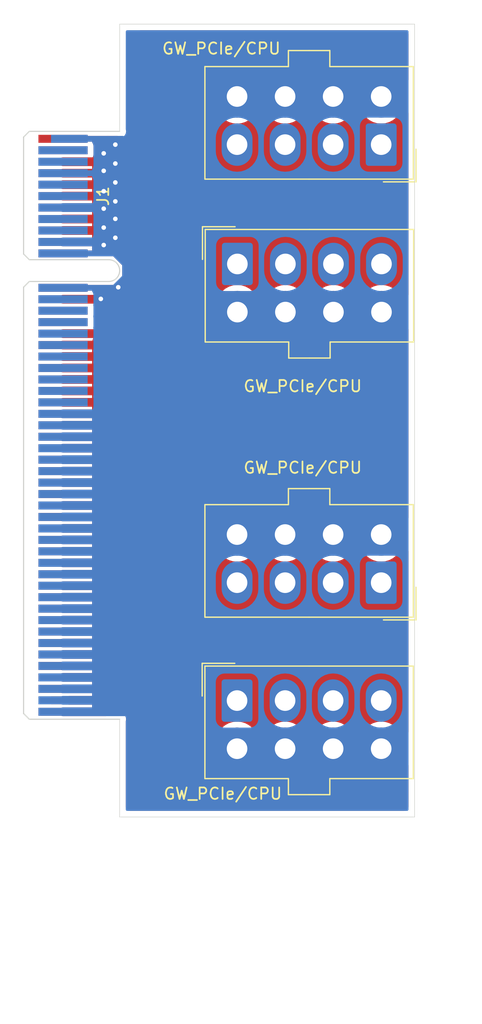
<source format=kicad_pcb>
(kicad_pcb (version 20171130) (host pcbnew "(5.1.10)-1")

  (general
    (thickness 1.6)
    (drawings 15)
    (tracks 109)
    (zones 0)
    (modules 5)
    (nets 22)
  )

  (page A4)
  (title_block
    (title "KCORES CSPS to ATX Converter")
    (date 2021-03-17)
    (rev 1.0)
    (company KCORES)
    (comment 1 "Author: AlphaArea")
    (comment 4 "License: KCORES Open Source License")
  )

  (layers
    (0 F.Cu signal)
    (31 B.Cu signal)
    (32 B.Adhes user)
    (33 F.Adhes user)
    (34 B.Paste user)
    (35 F.Paste user)
    (36 B.SilkS user)
    (37 F.SilkS user)
    (38 B.Mask user)
    (39 F.Mask user)
    (40 Dwgs.User user)
    (41 Cmts.User user)
    (42 Eco1.User user)
    (43 Eco2.User user)
    (44 Edge.Cuts user)
    (45 Margin user)
    (46 B.CrtYd user)
    (47 F.CrtYd user)
    (48 B.Fab user)
    (49 F.Fab user)
  )

  (setup
    (last_trace_width 0.254)
    (user_trace_width 0.1524)
    (user_trace_width 0.254)
    (user_trace_width 0.508)
    (user_trace_width 0.762)
    (user_trace_width 1.5)
    (user_trace_width 2.999999)
    (trace_clearance 0.1524)
    (zone_clearance 0.508)
    (zone_45_only no)
    (trace_min 0.1524)
    (via_size 0.5)
    (via_drill 0.3)
    (via_min_size 0.5)
    (via_min_drill 0.3)
    (user_via 0.8 0.4)
    (uvia_size 0.3)
    (uvia_drill 0.1)
    (uvias_allowed no)
    (uvia_min_size 0.2)
    (uvia_min_drill 0.1)
    (edge_width 0.05)
    (segment_width 0.2)
    (pcb_text_width 0.3)
    (pcb_text_size 1.5 1.5)
    (mod_edge_width 0.12)
    (mod_text_size 1 1)
    (mod_text_width 0.15)
    (pad_size 2.7 3.7)
    (pad_drill 1.8)
    (pad_to_mask_clearance 0.05)
    (aux_axis_origin 0 0)
    (grid_origin 172.2 79.8)
    (visible_elements 7FFFFFFF)
    (pcbplotparams
      (layerselection 0x010f0_ffffffff)
      (usegerberextensions true)
      (usegerberattributes true)
      (usegerberadvancedattributes true)
      (creategerberjobfile true)
      (excludeedgelayer true)
      (linewidth 0.100000)
      (plotframeref false)
      (viasonmask false)
      (mode 1)
      (useauxorigin false)
      (hpglpennumber 1)
      (hpglpenspeed 20)
      (hpglpendiameter 15.000000)
      (psnegative false)
      (psa4output false)
      (plotreference true)
      (plotvalue true)
      (plotinvisibletext false)
      (padsonsilk false)
      (subtractmaskfromsilk false)
      (outputformat 1)
      (mirror false)
      (drillshape 0)
      (scaleselection 1)
      (outputdirectory "../../bin/inventecPART/"))
  )

  (net 0 "")
  (net 1 GND)
  (net 2 +12V)
  (net 3 "Net-(J1-PadA13)")
  (net 4 "Net-(J1-PadA18)")
  (net 5 "Net-(J1-PadA17)")
  (net 6 "Net-(J1-PadA16)")
  (net 7 "Net-(J1-PadA15)")
  (net 8 "Net-(J1-PadA14)")
  (net 9 "Net-(J1-PadA9)")
  (net 10 "Net-(J1-PadA8)")
  (net 11 "Net-(J1-PadA6)")
  (net 12 "Net-(J1-PadA5)")
  (net 13 "Net-(J1-PadA3)")
  (net 14 "Net-(J1-PadA2)")
  (net 15 "Net-(J1-PadB15)")
  (net 16 "Net-(J1-PadB14)")
  (net 17 "Net-(J1-PadB2)")
  (net 18 "Net-(J1-PadA19)")
  (net 19 "Net-(J1-PadA20)")
  (net 20 "Net-(J1-PadA21)")
  (net 21 "Net-(J1-PadA22)")

  (net_class Default "This is the default net class."
    (clearance 0.1524)
    (trace_width 0.254)
    (via_dia 0.5)
    (via_drill 0.3)
    (uvia_dia 0.3)
    (uvia_drill 0.1)
    (add_net +12V)
    (add_net GND)
    (add_net "Net-(J1-PadA13)")
    (add_net "Net-(J1-PadA14)")
    (add_net "Net-(J1-PadA15)")
    (add_net "Net-(J1-PadA16)")
    (add_net "Net-(J1-PadA17)")
    (add_net "Net-(J1-PadA18)")
    (add_net "Net-(J1-PadA19)")
    (add_net "Net-(J1-PadA2)")
    (add_net "Net-(J1-PadA20)")
    (add_net "Net-(J1-PadA21)")
    (add_net "Net-(J1-PadA22)")
    (add_net "Net-(J1-PadA3)")
    (add_net "Net-(J1-PadA5)")
    (add_net "Net-(J1-PadA6)")
    (add_net "Net-(J1-PadA8)")
    (add_net "Net-(J1-PadA9)")
    (add_net "Net-(J1-PadB14)")
    (add_net "Net-(J1-PadB15)")
    (add_net "Net-(J1-PadB2)")
  )

  (module Connector_PCBEdge:BUS_PCIexpress_x8 (layer F.Cu) (tedit 5DBD33FF) (tstamp 614F9648)
    (at 96.381 86.658 270)
    (descr "PCIexpress Bus Edge Connector x1 http://www.ritrontek.com/uploadfile/2016/1026/20161026105231124.pdf#page=70")
    (tags PCIe)
    (path /614FBE24)
    (attr virtual)
    (fp_text reference J1 (at 5 -3.5 90) (layer F.SilkS)
      (effects (font (size 1 1) (thickness 0.15)))
    )
    (fp_text value PCIe_x8 (at 10.33 -8.01 90) (layer F.Fab)
      (effects (font (size 1 1) (thickness 0.15)))
    )
    (fp_line (start 50.65 2.95) (end 50.15 3.45) (layer Edge.Cuts) (width 0.1))
    (fp_line (start 12.45 2.95) (end 12.95 3.45) (layer Edge.Cuts) (width 0.1))
    (fp_line (start 10.55 2.95) (end 10.05 3.45) (layer Edge.Cuts) (width 0.1))
    (fp_line (start -0.65 2.95) (end -0.15 3.45) (layer Edge.Cuts) (width 0.1))
    (fp_line (start 12.95 3.45) (end 50.15 3.45) (layer Edge.Cuts) (width 0.1))
    (fp_line (start 50.65 -4.95) (end 50.65 2.95) (layer Edge.Cuts) (width 0.1))
    (fp_line (start -0.15 3.45) (end 10.05 3.45) (layer Edge.Cuts) (width 0.1))
    (fp_line (start -0.65 -4.95) (end -0.65 2.95) (layer Edge.Cuts) (width 0.1))
    (fp_line (start 12.45 -4) (end 12.45 2.95) (layer Edge.Cuts) (width 0.1))
    (fp_line (start 10.55 -4) (end 10.55 2.95) (layer Edge.Cuts) (width 0.1))
    (fp_line (start 51.15 3.95) (end -1.15 3.95) (layer F.CrtYd) (width 0.05))
    (fp_line (start 51.15 3.95) (end 51.15 -5.45) (layer F.CrtYd) (width 0.05))
    (fp_line (start -1.15 -5.45) (end -1.15 3.95) (layer F.CrtYd) (width 0.05))
    (fp_line (start -1.15 -5.45) (end 51.15 -5.45) (layer F.CrtYd) (width 0.05))
    (fp_arc (start 11.5 -4) (end 12.45 -4) (angle -180) (layer Edge.Cuts) (width 0.1))
    (fp_text user "PCB Thickness 1.57 mm" (at 5 2.8 270) (layer Cmts.User)
      (effects (font (size 0.5 0.5) (thickness 0.1)))
    )
    (fp_text user %R (at 16 -3.5 90) (layer F.Fab)
      (effects (font (size 1 1) (thickness 0.15)))
    )
    (pad A49 connect rect (at 50 0 270) (size 0.7 4.3) (layers B.Cu B.Mask)
      (net 1 GND))
    (pad A48 connect rect (at 49 0 270) (size 0.7 4.3) (layers B.Cu B.Mask)
      (net 1 GND))
    (pad A47 connect rect (at 48 0 270) (size 0.7 4.3) (layers B.Cu B.Mask)
      (net 1 GND))
    (pad A46 connect rect (at 47 0 270) (size 0.7 4.3) (layers B.Cu B.Mask)
      (net 1 GND))
    (pad A45 connect rect (at 46 0 270) (size 0.7 4.3) (layers B.Cu B.Mask)
      (net 1 GND))
    (pad A44 connect rect (at 45 0 270) (size 0.7 4.3) (layers B.Cu B.Mask)
      (net 1 GND))
    (pad A43 connect rect (at 44 0 270) (size 0.7 4.3) (layers B.Cu B.Mask)
      (net 1 GND))
    (pad A42 connect rect (at 43 0 270) (size 0.7 4.3) (layers B.Cu B.Mask)
      (net 1 GND))
    (pad A13 connect rect (at 14 0 270) (size 0.7 4.3) (layers B.Cu B.Mask)
      (net 3 "Net-(J1-PadA13)"))
    (pad A12 connect rect (at 13 0 270) (size 0.7 4.3) (layers B.Cu B.Mask)
      (net 1 GND))
    (pad A18 connect rect (at 19 0 270) (size 0.7 4.3) (layers B.Cu B.Mask)
      (net 4 "Net-(J1-PadA18)"))
    (pad A17 connect rect (at 18 0 270) (size 0.7 4.3) (layers B.Cu B.Mask)
      (net 5 "Net-(J1-PadA17)"))
    (pad A16 connect rect (at 17 0 270) (size 0.7 4.3) (layers B.Cu B.Mask)
      (net 6 "Net-(J1-PadA16)"))
    (pad A15 connect rect (at 16 0 270) (size 0.7 4.3) (layers B.Cu B.Mask)
      (net 7 "Net-(J1-PadA15)"))
    (pad A14 connect rect (at 15 0 270) (size 0.7 4.3) (layers B.Cu B.Mask)
      (net 8 "Net-(J1-PadA14)"))
    (pad A11 connect rect (at 10 0 270) (size 0.7 4.3) (layers B.Cu B.Mask)
      (net 1 GND))
    (pad A10 connect rect (at 9 0 270) (size 0.7 4.3) (layers B.Cu B.Mask)
      (net 1 GND))
    (pad A9 connect rect (at 8 0 270) (size 0.7 4.3) (layers B.Cu B.Mask)
      (net 9 "Net-(J1-PadA9)"))
    (pad A8 connect rect (at 7 0 270) (size 0.7 4.3) (layers B.Cu B.Mask)
      (net 10 "Net-(J1-PadA8)"))
    (pad A7 connect rect (at 6 0 270) (size 0.7 4.3) (layers B.Cu B.Mask)
      (net 1 GND))
    (pad A6 connect rect (at 5 0 270) (size 0.7 4.3) (layers B.Cu B.Mask)
      (net 11 "Net-(J1-PadA6)"))
    (pad A5 connect rect (at 4 0 270) (size 0.7 4.3) (layers B.Cu B.Mask)
      (net 12 "Net-(J1-PadA5)"))
    (pad A4 connect rect (at 3 0 270) (size 0.7 4.3) (layers B.Cu B.Mask)
      (net 1 GND))
    (pad A3 connect rect (at 2 0 270) (size 0.7 4.3) (layers B.Cu B.Mask)
      (net 13 "Net-(J1-PadA3)"))
    (pad A2 connect rect (at 1 0 270) (size 0.7 4.3) (layers B.Cu B.Mask)
      (net 14 "Net-(J1-PadA2)"))
    (pad A1 connect rect (at 0 -0.55 270) (size 0.7 3.2) (layers B.Cu B.Mask)
      (net 1 GND))
    (pad B13 connect rect (at 14 0 270) (size 0.7 4.3) (layers F.Cu F.Mask)
      (net 1 GND))
    (pad B12 connect rect (at 13 0 270) (size 0.7 4.3) (layers F.Cu F.Mask)
      (net 1 GND))
    (pad B18 connect rect (at 19 0 270) (size 0.7 4.3) (layers F.Cu F.Mask)
      (net 2 +12V))
    (pad B17 connect rect (at 18 0 270) (size 0.7 4.3) (layers F.Cu F.Mask)
      (net 2 +12V))
    (pad B16 connect rect (at 17 0 270) (size 0.7 4.3) (layers F.Cu F.Mask)
      (net 2 +12V))
    (pad B15 connect rect (at 16 0 270) (size 0.7 4.3) (layers F.Cu F.Mask)
      (net 15 "Net-(J1-PadB15)"))
    (pad B14 connect rect (at 15 0 270) (size 0.7 4.3) (layers F.Cu F.Mask)
      (net 16 "Net-(J1-PadB14)"))
    (pad B11 connect rect (at 10 0 270) (size 0.7 4.3) (layers F.Cu F.Mask)
      (net 1 GND))
    (pad B10 connect rect (at 9 0 270) (size 0.7 4.3) (layers F.Cu F.Mask)
      (net 1 GND))
    (pad B9 connect rect (at 8 0 270) (size 0.7 4.3) (layers F.Cu F.Mask)
      (net 1 GND))
    (pad B8 connect rect (at 7 0 270) (size 0.7 4.3) (layers F.Cu F.Mask)
      (net 1 GND))
    (pad B7 connect rect (at 6 0 270) (size 0.7 4.3) (layers F.Cu F.Mask)
      (net 1 GND))
    (pad B6 connect rect (at 5 0 270) (size 0.7 4.3) (layers F.Cu F.Mask)
      (net 1 GND))
    (pad B5 connect rect (at 4 0 270) (size 0.7 4.3) (layers F.Cu F.Mask)
      (net 1 GND))
    (pad B4 connect rect (at 3 0 270) (size 0.7 4.3) (layers F.Cu F.Mask)
      (net 1 GND))
    (pad B3 connect rect (at 2 0 270) (size 0.7 4.3) (layers F.Cu F.Mask)
      (net 1 GND))
    (pad B2 connect rect (at 1 0 270) (size 0.7 4.3) (layers F.Cu F.Mask)
      (net 17 "Net-(J1-PadB2)"))
    (pad B1 connect rect (at 0 0 270) (size 0.7 4.3) (layers F.Cu F.Mask)
      (net 1 GND))
    (pad B19 connect rect (at 20 0 270) (size 0.7 4.3) (layers F.Cu F.Mask)
      (net 2 +12V))
    (pad B20 connect rect (at 21 0 270) (size 0.7 4.3) (layers F.Cu F.Mask)
      (net 2 +12V))
    (pad B21 connect rect (at 22 0 270) (size 0.7 4.3) (layers F.Cu F.Mask)
      (net 2 +12V))
    (pad B22 connect rect (at 23 0 270) (size 0.7 4.3) (layers F.Cu F.Mask)
      (net 2 +12V))
    (pad B23 connect rect (at 24 0 270) (size 0.7 4.3) (layers F.Cu F.Mask)
      (net 2 +12V))
    (pad B24 connect rect (at 25 0 270) (size 0.7 4.3) (layers F.Cu F.Mask)
      (net 2 +12V))
    (pad B25 connect rect (at 26 0 270) (size 0.7 4.3) (layers F.Cu F.Mask)
      (net 2 +12V))
    (pad B26 connect rect (at 27 0 270) (size 0.7 4.3) (layers F.Cu F.Mask)
      (net 2 +12V))
    (pad B27 connect rect (at 28 0 270) (size 0.7 4.3) (layers F.Cu F.Mask)
      (net 2 +12V))
    (pad B28 connect rect (at 29 0 270) (size 0.7 4.3) (layers F.Cu F.Mask)
      (net 2 +12V))
    (pad B29 connect rect (at 30 0 270) (size 0.7 4.3) (layers F.Cu F.Mask)
      (net 2 +12V))
    (pad B30 connect rect (at 31 0 270) (size 0.7 4.3) (layers F.Cu F.Mask)
      (net 2 +12V))
    (pad B31 connect rect (at 32 0 270) (size 0.7 4.3) (layers F.Cu F.Mask)
      (net 2 +12V))
    (pad B32 connect rect (at 33 0 270) (size 0.7 4.3) (layers F.Cu F.Mask)
      (net 2 +12V))
    (pad A19 connect rect (at 20 0 270) (size 0.7 4.3) (layers B.Cu B.Mask)
      (net 18 "Net-(J1-PadA19)"))
    (pad A20 connect rect (at 21 0 270) (size 0.7 4.3) (layers B.Cu B.Mask)
      (net 19 "Net-(J1-PadA20)"))
    (pad A21 connect rect (at 22 0 270) (size 0.7 4.3) (layers B.Cu B.Mask)
      (net 20 "Net-(J1-PadA21)"))
    (pad A22 connect rect (at 23 0 270) (size 0.7 4.3) (layers B.Cu B.Mask)
      (net 21 "Net-(J1-PadA22)"))
    (pad A23 connect rect (at 24 0 270) (size 0.7 4.3) (layers B.Cu B.Mask)
      (net 1 GND))
    (pad A24 connect rect (at 25 0 270) (size 0.7 4.3) (layers B.Cu B.Mask)
      (net 1 GND))
    (pad A25 connect rect (at 26 0 270) (size 0.7 4.3) (layers B.Cu B.Mask)
      (net 1 GND))
    (pad A26 connect rect (at 27 0 270) (size 0.7 4.3) (layers B.Cu B.Mask)
      (net 1 GND))
    (pad A27 connect rect (at 28 0 270) (size 0.7 4.3) (layers B.Cu B.Mask)
      (net 1 GND))
    (pad A28 connect rect (at 29 0 270) (size 0.7 4.3) (layers B.Cu B.Mask)
      (net 1 GND))
    (pad A29 connect rect (at 30 0 270) (size 0.7 4.3) (layers B.Cu B.Mask)
      (net 1 GND))
    (pad A30 connect rect (at 31 0 270) (size 0.7 4.3) (layers B.Cu B.Mask)
      (net 1 GND))
    (pad A31 connect rect (at 32 0 270) (size 0.7 4.3) (layers B.Cu B.Mask)
      (net 1 GND))
    (pad A32 connect rect (at 33 0 270) (size 0.7 4.3) (layers B.Cu B.Mask)
      (net 1 GND))
    (pad B33 connect rect (at 34 0 270) (size 0.7 4.3) (layers F.Cu F.Mask)
      (net 2 +12V))
    (pad B34 connect rect (at 35 0 270) (size 0.7 4.3) (layers F.Cu F.Mask)
      (net 2 +12V))
    (pad B35 connect rect (at 36 0 270) (size 0.7 4.3) (layers F.Cu F.Mask)
      (net 2 +12V))
    (pad B36 connect rect (at 37 0 270) (size 0.7 4.3) (layers F.Cu F.Mask)
      (net 2 +12V))
    (pad B37 connect rect (at 38 0 270) (size 0.7 4.3) (layers F.Cu F.Mask)
      (net 2 +12V))
    (pad B38 connect rect (at 39 0 270) (size 0.7 4.3) (layers F.Cu F.Mask)
      (net 2 +12V))
    (pad B39 connect rect (at 40 0 270) (size 0.7 4.3) (layers F.Cu F.Mask)
      (net 2 +12V))
    (pad B40 connect rect (at 41 0 270) (size 0.7 4.3) (layers F.Cu F.Mask)
      (net 2 +12V))
    (pad B41 connect rect (at 42 0 270) (size 0.7 4.3) (layers F.Cu F.Mask)
      (net 2 +12V))
    (pad B42 connect rect (at 43 0 270) (size 0.7 4.3) (layers F.Cu F.Mask)
      (net 2 +12V))
    (pad B43 connect rect (at 44 0 270) (size 0.7 4.3) (layers F.Cu F.Mask)
      (net 2 +12V))
    (pad B44 connect rect (at 45 0 270) (size 0.7 4.3) (layers F.Cu F.Mask)
      (net 2 +12V))
    (pad B45 connect rect (at 46 0 270) (size 0.7 4.3) (layers F.Cu F.Mask)
      (net 2 +12V))
    (pad B46 connect rect (at 47 0 270) (size 0.7 4.3) (layers F.Cu F.Mask)
      (net 2 +12V))
    (pad B47 connect rect (at 48 0 270) (size 0.7 4.3) (layers F.Cu F.Mask)
      (net 2 +12V))
    (pad B48 connect rect (at 49 -0.55 270) (size 0.7 3.2) (layers F.Cu F.Mask)
      (net 2 +12V))
    (pad B49 connect rect (at 50 0 270) (size 0.7 4.3) (layers F.Cu F.Mask)
      (net 2 +12V))
    (pad A33 connect rect (at 34 0 270) (size 0.7 4.3) (layers B.Cu B.Mask)
      (net 1 GND))
    (pad A34 connect rect (at 35 0 270) (size 0.7 4.3) (layers B.Cu B.Mask)
      (net 1 GND))
    (pad A35 connect rect (at 36 0 270) (size 0.7 4.3) (layers B.Cu B.Mask)
      (net 1 GND))
    (pad A36 connect rect (at 37 0 270) (size 0.7 4.3) (layers B.Cu B.Mask)
      (net 1 GND))
    (pad A37 connect rect (at 38 0 270) (size 0.7 4.3) (layers B.Cu B.Mask)
      (net 1 GND))
    (pad A38 connect rect (at 39 0 270) (size 0.7 4.3) (layers B.Cu B.Mask)
      (net 1 GND))
    (pad A39 connect rect (at 40 0 270) (size 0.7 4.3) (layers B.Cu B.Mask)
      (net 1 GND))
    (pad A40 connect rect (at 41 0 270) (size 0.7 4.3) (layers B.Cu B.Mask)
      (net 1 GND))
    (pad A41 connect rect (at 42 0 270) (size 0.7 4.3) (layers B.Cu B.Mask)
      (net 1 GND))
  )

  (module KCORES_Connector_ATX_Power:ATX_8Pin_P4.20mm_Vertical_4.20mm (layer F.Cu) (tedit 6050AB0D) (tstamp 604FCD88)
    (at 124.194 125.393 180)
    (descr "ATX CPU Power Connector 实心针")
    (tags "connector Molex Mini-Fit_Jr side entry ATX CPU")
    (path /60BA4448)
    (fp_text reference J6 (at 6.3 -4.1) (layer F.SilkS) hide
      (effects (font (size 1 1) (thickness 0.15)))
    )
    (fp_text value GW_PCIe/CPU (at 6.858 10.033) (layer F.SilkS)
      (effects (font (size 1 1) (thickness 0.15)))
    )
    (fp_line (start 15.8 -3.4) (end -3.2 -3.4) (layer F.CrtYd) (width 0.05))
    (fp_line (start 15.8 8.6) (end 15.8 -3.4) (layer F.CrtYd) (width 0.05))
    (fp_line (start -3.2 8.6) (end 15.8 8.6) (layer F.CrtYd) (width 0.05))
    (fp_line (start -3.2 -3.4) (end -3.2 8.6) (layer F.CrtYd) (width 0.05))
    (fp_line (start -3.05 -3.25) (end -3.05 -0.4) (layer F.Fab) (width 0.1))
    (fp_line (start -0.2 -3.25) (end -3.05 -3.25) (layer F.Fab) (width 0.1))
    (fp_line (start -3.05 -3.25) (end -3.05 -0.4) (layer F.SilkS) (width 0.12))
    (fp_line (start -0.2 -3.25) (end -3.05 -3.25) (layer F.SilkS) (width 0.12))
    (fp_line (start 8.11 8.21) (end 6.3 8.21) (layer F.SilkS) (width 0.12))
    (fp_line (start 8.11 6.81) (end 8.11 8.21) (layer F.SilkS) (width 0.12))
    (fp_line (start 15.41 6.81) (end 8.11 6.81) (layer F.SilkS) (width 0.12))
    (fp_line (start 15.41 -3.01) (end 15.41 6.81) (layer F.SilkS) (width 0.12))
    (fp_line (start 6.3 -3.01) (end 15.41 -3.01) (layer F.SilkS) (width 0.12))
    (fp_line (start 4.49 8.21) (end 6.3 8.21) (layer F.SilkS) (width 0.12))
    (fp_line (start 4.49 6.81) (end 4.49 8.21) (layer F.SilkS) (width 0.12))
    (fp_line (start -2.81 6.81) (end 4.49 6.81) (layer F.SilkS) (width 0.12))
    (fp_line (start -2.81 -3.01) (end -2.81 6.81) (layer F.SilkS) (width 0.12))
    (fp_line (start 6.3 -3.01) (end -2.81 -3.01) (layer F.SilkS) (width 0.12))
    (fp_line (start 14.25 5.85) (end 10.95 5.85) (layer F.Fab) (width 0.1))
    (fp_line (start 14.25 3.375) (end 14.25 5.85) (layer F.Fab) (width 0.1))
    (fp_line (start 13.425 2.55) (end 14.25 3.375) (layer F.Fab) (width 0.1))
    (fp_line (start 11.775 2.55) (end 13.425 2.55) (layer F.Fab) (width 0.1))
    (fp_line (start 10.95 3.375) (end 11.775 2.55) (layer F.Fab) (width 0.1))
    (fp_line (start 10.95 5.85) (end 10.95 3.375) (layer F.Fab) (width 0.1))
    (fp_line (start 14.25 -1.65) (end 10.95 -1.65) (layer F.Fab) (width 0.1))
    (fp_line (start 14.25 1.65) (end 14.25 -1.65) (layer F.Fab) (width 0.1))
    (fp_line (start 10.95 1.65) (end 14.25 1.65) (layer F.Fab) (width 0.1))
    (fp_line (start 10.95 -1.65) (end 10.95 1.65) (layer F.Fab) (width 0.1))
    (fp_line (start 10.05 1.65) (end 6.75 1.65) (layer F.Fab) (width 0.1))
    (fp_line (start 10.05 -0.825) (end 10.05 1.65) (layer F.Fab) (width 0.1))
    (fp_line (start 9.225 -1.65) (end 10.05 -0.825) (layer F.Fab) (width 0.1))
    (fp_line (start 7.575 -1.65) (end 9.225 -1.65) (layer F.Fab) (width 0.1))
    (fp_line (start 6.75 -0.825) (end 7.575 -1.65) (layer F.Fab) (width 0.1))
    (fp_line (start 6.75 1.65) (end 6.75 -0.825) (layer F.Fab) (width 0.1))
    (fp_line (start 10.05 2.55) (end 6.75 2.55) (layer F.Fab) (width 0.1))
    (fp_line (start 10.05 5.85) (end 10.05 2.55) (layer F.Fab) (width 0.1))
    (fp_line (start 6.75 5.85) (end 10.05 5.85) (layer F.Fab) (width 0.1))
    (fp_line (start 6.75 2.55) (end 6.75 5.85) (layer F.Fab) (width 0.1))
    (fp_line (start 5.85 1.65) (end 2.55 1.65) (layer F.Fab) (width 0.1))
    (fp_line (start 5.85 -0.825) (end 5.85 1.65) (layer F.Fab) (width 0.1))
    (fp_line (start 5.025 -1.65) (end 5.85 -0.825) (layer F.Fab) (width 0.1))
    (fp_line (start 3.375 -1.65) (end 5.025 -1.65) (layer F.Fab) (width 0.1))
    (fp_line (start 2.55 -0.825) (end 3.375 -1.65) (layer F.Fab) (width 0.1))
    (fp_line (start 2.55 1.65) (end 2.55 -0.825) (layer F.Fab) (width 0.1))
    (fp_line (start 5.85 2.55) (end 2.55 2.55) (layer F.Fab) (width 0.1))
    (fp_line (start 5.85 5.85) (end 5.85 2.55) (layer F.Fab) (width 0.1))
    (fp_line (start 2.55 5.85) (end 5.85 5.85) (layer F.Fab) (width 0.1))
    (fp_line (start 2.55 2.55) (end 2.55 5.85) (layer F.Fab) (width 0.1))
    (fp_line (start 1.65 5.85) (end -1.65 5.85) (layer F.Fab) (width 0.1))
    (fp_line (start 1.65 3.375) (end 1.65 5.85) (layer F.Fab) (width 0.1))
    (fp_line (start 0.825 2.55) (end 1.65 3.375) (layer F.Fab) (width 0.1))
    (fp_line (start -0.825 2.55) (end 0.825 2.55) (layer F.Fab) (width 0.1))
    (fp_line (start -1.65 3.375) (end -0.825 2.55) (layer F.Fab) (width 0.1))
    (fp_line (start -1.65 5.85) (end -1.65 3.375) (layer F.Fab) (width 0.1))
    (fp_line (start 1.65 -1.65) (end -1.65 -1.65) (layer F.Fab) (width 0.1))
    (fp_line (start 1.65 1.65) (end 1.65 -1.65) (layer F.Fab) (width 0.1))
    (fp_line (start -1.65 1.65) (end 1.65 1.65) (layer F.Fab) (width 0.1))
    (fp_line (start -1.65 -1.65) (end -1.65 1.65) (layer F.Fab) (width 0.1))
    (fp_line (start 8 8.1) (end 8 6.7) (layer F.Fab) (width 0.1))
    (fp_line (start 4.6 8.1) (end 8 8.1) (layer F.Fab) (width 0.1))
    (fp_line (start 4.6 6.7) (end 4.6 8.1) (layer F.Fab) (width 0.1))
    (fp_line (start 15.3 -2.9) (end -2.7 -2.9) (layer F.Fab) (width 0.1))
    (fp_line (start 15.3 6.7) (end 15.3 -2.9) (layer F.Fab) (width 0.1))
    (fp_line (start -2.7 6.7) (end 15.3 6.7) (layer F.Fab) (width 0.1))
    (fp_line (start -2.7 -2.9) (end -2.7 6.7) (layer F.Fab) (width 0.1))
    (fp_text user %R (at 6.3 -2.2) (layer F.Fab)
      (effects (font (size 1 1) (thickness 0.15)))
    )
    (pad 8 thru_hole oval (at 12.6 4.2 180) (size 2.7 3.7) (drill 1.8) (layers *.Cu *.Mask)
      (net 1 GND))
    (pad 7 thru_hole oval (at 8.4 4.2 180) (size 2.7 3.7) (drill 1.8) (layers *.Cu *.Mask)
      (net 1 GND))
    (pad 6 thru_hole oval (at 4.2 4.2 180) (size 2.7 3.7) (drill 1.8) (layers *.Cu *.Mask)
      (net 1 GND))
    (pad 5 thru_hole oval (at 0 4.2 180) (size 2.7 3.7) (drill 1.8) (layers *.Cu *.Mask)
      (net 1 GND))
    (pad 4 thru_hole oval (at 12.6 0 180) (size 2.7 3.7) (drill 1.8) (layers *.Cu *.Mask)
      (net 2 +12V))
    (pad 3 thru_hole oval (at 8.4 0 180) (size 2.7 3.7) (drill 1.8) (layers *.Cu *.Mask)
      (net 2 +12V))
    (pad 1 thru_hole roundrect (at 0 0 180) (size 2.7 3.7) (drill 1.8) (layers *.Cu *.Mask) (roundrect_rratio 0.093)
      (net 2 +12V))
    (pad 2 thru_hole oval (at 4.2 0 180) (size 2.7 3.7) (drill 1.8) (layers *.Cu *.Mask)
      (net 2 +12V))
    (model ${KIPRJMOD}/Packages3D/KCORES_Connector_ATX_Power/Molex_46207-1008.stp
      (offset (xyz 6.3 -1.9 13.6))
      (scale (xyz 1 1 1))
      (rotate (xyz 0 0 180))
    )
  )

  (module KCORES_Connector_ATX_Power:ATX_8Pin_P4.20mm_Vertical_4.20mm (layer F.Cu) (tedit 6050AB0D) (tstamp 604FCD3A)
    (at 124.194 87.166 180)
    (descr "ATX CPU Power Connector 实心针")
    (tags "connector Molex Mini-Fit_Jr side entry ATX CPU")
    (path /60B44341)
    (fp_text reference J5 (at 6.3 -4.1) (layer F.SilkS) hide
      (effects (font (size 1 1) (thickness 0.15)))
    )
    (fp_text value GW_PCIe/CPU (at 13.97 8.382 180) (layer F.SilkS)
      (effects (font (size 1 1) (thickness 0.15)))
    )
    (fp_line (start 15.8 -3.4) (end -3.2 -3.4) (layer F.CrtYd) (width 0.05))
    (fp_line (start 15.8 8.6) (end 15.8 -3.4) (layer F.CrtYd) (width 0.05))
    (fp_line (start -3.2 8.6) (end 15.8 8.6) (layer F.CrtYd) (width 0.05))
    (fp_line (start -3.2 -3.4) (end -3.2 8.6) (layer F.CrtYd) (width 0.05))
    (fp_line (start -3.05 -3.25) (end -3.05 -0.4) (layer F.Fab) (width 0.1))
    (fp_line (start -0.2 -3.25) (end -3.05 -3.25) (layer F.Fab) (width 0.1))
    (fp_line (start -3.05 -3.25) (end -3.05 -0.4) (layer F.SilkS) (width 0.12))
    (fp_line (start -0.2 -3.25) (end -3.05 -3.25) (layer F.SilkS) (width 0.12))
    (fp_line (start 8.11 8.21) (end 6.3 8.21) (layer F.SilkS) (width 0.12))
    (fp_line (start 8.11 6.81) (end 8.11 8.21) (layer F.SilkS) (width 0.12))
    (fp_line (start 15.41 6.81) (end 8.11 6.81) (layer F.SilkS) (width 0.12))
    (fp_line (start 15.41 -3.01) (end 15.41 6.81) (layer F.SilkS) (width 0.12))
    (fp_line (start 6.3 -3.01) (end 15.41 -3.01) (layer F.SilkS) (width 0.12))
    (fp_line (start 4.49 8.21) (end 6.3 8.21) (layer F.SilkS) (width 0.12))
    (fp_line (start 4.49 6.81) (end 4.49 8.21) (layer F.SilkS) (width 0.12))
    (fp_line (start -2.81 6.81) (end 4.49 6.81) (layer F.SilkS) (width 0.12))
    (fp_line (start -2.81 -3.01) (end -2.81 6.81) (layer F.SilkS) (width 0.12))
    (fp_line (start 6.3 -3.01) (end -2.81 -3.01) (layer F.SilkS) (width 0.12))
    (fp_line (start 14.25 5.85) (end 10.95 5.85) (layer F.Fab) (width 0.1))
    (fp_line (start 14.25 3.375) (end 14.25 5.85) (layer F.Fab) (width 0.1))
    (fp_line (start 13.425 2.55) (end 14.25 3.375) (layer F.Fab) (width 0.1))
    (fp_line (start 11.775 2.55) (end 13.425 2.55) (layer F.Fab) (width 0.1))
    (fp_line (start 10.95 3.375) (end 11.775 2.55) (layer F.Fab) (width 0.1))
    (fp_line (start 10.95 5.85) (end 10.95 3.375) (layer F.Fab) (width 0.1))
    (fp_line (start 14.25 -1.65) (end 10.95 -1.65) (layer F.Fab) (width 0.1))
    (fp_line (start 14.25 1.65) (end 14.25 -1.65) (layer F.Fab) (width 0.1))
    (fp_line (start 10.95 1.65) (end 14.25 1.65) (layer F.Fab) (width 0.1))
    (fp_line (start 10.95 -1.65) (end 10.95 1.65) (layer F.Fab) (width 0.1))
    (fp_line (start 10.05 1.65) (end 6.75 1.65) (layer F.Fab) (width 0.1))
    (fp_line (start 10.05 -0.825) (end 10.05 1.65) (layer F.Fab) (width 0.1))
    (fp_line (start 9.225 -1.65) (end 10.05 -0.825) (layer F.Fab) (width 0.1))
    (fp_line (start 7.575 -1.65) (end 9.225 -1.65) (layer F.Fab) (width 0.1))
    (fp_line (start 6.75 -0.825) (end 7.575 -1.65) (layer F.Fab) (width 0.1))
    (fp_line (start 6.75 1.65) (end 6.75 -0.825) (layer F.Fab) (width 0.1))
    (fp_line (start 10.05 2.55) (end 6.75 2.55) (layer F.Fab) (width 0.1))
    (fp_line (start 10.05 5.85) (end 10.05 2.55) (layer F.Fab) (width 0.1))
    (fp_line (start 6.75 5.85) (end 10.05 5.85) (layer F.Fab) (width 0.1))
    (fp_line (start 6.75 2.55) (end 6.75 5.85) (layer F.Fab) (width 0.1))
    (fp_line (start 5.85 1.65) (end 2.55 1.65) (layer F.Fab) (width 0.1))
    (fp_line (start 5.85 -0.825) (end 5.85 1.65) (layer F.Fab) (width 0.1))
    (fp_line (start 5.025 -1.65) (end 5.85 -0.825) (layer F.Fab) (width 0.1))
    (fp_line (start 3.375 -1.65) (end 5.025 -1.65) (layer F.Fab) (width 0.1))
    (fp_line (start 2.55 -0.825) (end 3.375 -1.65) (layer F.Fab) (width 0.1))
    (fp_line (start 2.55 1.65) (end 2.55 -0.825) (layer F.Fab) (width 0.1))
    (fp_line (start 5.85 2.55) (end 2.55 2.55) (layer F.Fab) (width 0.1))
    (fp_line (start 5.85 5.85) (end 5.85 2.55) (layer F.Fab) (width 0.1))
    (fp_line (start 2.55 5.85) (end 5.85 5.85) (layer F.Fab) (width 0.1))
    (fp_line (start 2.55 2.55) (end 2.55 5.85) (layer F.Fab) (width 0.1))
    (fp_line (start 1.65 5.85) (end -1.65 5.85) (layer F.Fab) (width 0.1))
    (fp_line (start 1.65 3.375) (end 1.65 5.85) (layer F.Fab) (width 0.1))
    (fp_line (start 0.825 2.55) (end 1.65 3.375) (layer F.Fab) (width 0.1))
    (fp_line (start -0.825 2.55) (end 0.825 2.55) (layer F.Fab) (width 0.1))
    (fp_line (start -1.65 3.375) (end -0.825 2.55) (layer F.Fab) (width 0.1))
    (fp_line (start -1.65 5.85) (end -1.65 3.375) (layer F.Fab) (width 0.1))
    (fp_line (start 1.65 -1.65) (end -1.65 -1.65) (layer F.Fab) (width 0.1))
    (fp_line (start 1.65 1.65) (end 1.65 -1.65) (layer F.Fab) (width 0.1))
    (fp_line (start -1.65 1.65) (end 1.65 1.65) (layer F.Fab) (width 0.1))
    (fp_line (start -1.65 -1.65) (end -1.65 1.65) (layer F.Fab) (width 0.1))
    (fp_line (start 8 8.1) (end 8 6.7) (layer F.Fab) (width 0.1))
    (fp_line (start 4.6 8.1) (end 8 8.1) (layer F.Fab) (width 0.1))
    (fp_line (start 4.6 6.7) (end 4.6 8.1) (layer F.Fab) (width 0.1))
    (fp_line (start 15.3 -2.9) (end -2.7 -2.9) (layer F.Fab) (width 0.1))
    (fp_line (start 15.3 6.7) (end 15.3 -2.9) (layer F.Fab) (width 0.1))
    (fp_line (start -2.7 6.7) (end 15.3 6.7) (layer F.Fab) (width 0.1))
    (fp_line (start -2.7 -2.9) (end -2.7 6.7) (layer F.Fab) (width 0.1))
    (fp_text user %R (at 6.3 -2.2) (layer F.Fab)
      (effects (font (size 1 1) (thickness 0.15)))
    )
    (pad 8 thru_hole oval (at 12.6 4.2 180) (size 2.7 3.7) (drill 1.8) (layers *.Cu *.Mask)
      (net 1 GND))
    (pad 7 thru_hole oval (at 8.4 4.2 180) (size 2.7 3.7) (drill 1.8) (layers *.Cu *.Mask)
      (net 1 GND))
    (pad 6 thru_hole oval (at 4.2 4.2 180) (size 2.7 3.7) (drill 1.8) (layers *.Cu *.Mask)
      (net 1 GND))
    (pad 5 thru_hole oval (at 0 4.2 180) (size 2.7 3.7) (drill 1.8) (layers *.Cu *.Mask)
      (net 1 GND))
    (pad 4 thru_hole oval (at 12.6 0 180) (size 2.7 3.7) (drill 1.8) (layers *.Cu *.Mask)
      (net 2 +12V))
    (pad 3 thru_hole oval (at 8.4 0 180) (size 2.7 3.7) (drill 1.8) (layers *.Cu *.Mask)
      (net 2 +12V))
    (pad 1 thru_hole roundrect (at 0 0 180) (size 2.7 3.7) (drill 1.8) (layers *.Cu *.Mask) (roundrect_rratio 0.093)
      (net 2 +12V))
    (pad 2 thru_hole oval (at 4.2 0 180) (size 2.7 3.7) (drill 1.8) (layers *.Cu *.Mask)
      (net 2 +12V))
    (model ${KIPRJMOD}/Packages3D/KCORES_Connector_ATX_Power/Molex_46207-1008.stp
      (offset (xyz 6.3 -1.9 13.6))
      (scale (xyz 1 1 1))
      (rotate (xyz 0 0 180))
    )
  )

  (module KCORES_Connector_ATX_Power:ATX_8Pin_P4.20mm_Vertical_4.20mm (layer F.Cu) (tedit 6050AB0D) (tstamp 604FCCEC)
    (at 111.594 135.68)
    (descr "ATX CPU Power Connector 实心针")
    (tags "connector Molex Mini-Fit_Jr side entry ATX CPU")
    (path /60BA4414)
    (fp_text reference J4 (at 6.3 -4.1) (layer F.SilkS) hide
      (effects (font (size 1 1) (thickness 0.15)))
    )
    (fp_text value GW_PCIe/CPU (at -1.243 8.128) (layer F.SilkS)
      (effects (font (size 1 1) (thickness 0.15)))
    )
    (fp_line (start 15.8 -3.4) (end -3.2 -3.4) (layer F.CrtYd) (width 0.05))
    (fp_line (start 15.8 8.6) (end 15.8 -3.4) (layer F.CrtYd) (width 0.05))
    (fp_line (start -3.2 8.6) (end 15.8 8.6) (layer F.CrtYd) (width 0.05))
    (fp_line (start -3.2 -3.4) (end -3.2 8.6) (layer F.CrtYd) (width 0.05))
    (fp_line (start -3.05 -3.25) (end -3.05 -0.4) (layer F.Fab) (width 0.1))
    (fp_line (start -0.2 -3.25) (end -3.05 -3.25) (layer F.Fab) (width 0.1))
    (fp_line (start -3.05 -3.25) (end -3.05 -0.4) (layer F.SilkS) (width 0.12))
    (fp_line (start -0.2 -3.25) (end -3.05 -3.25) (layer F.SilkS) (width 0.12))
    (fp_line (start 8.11 8.21) (end 6.3 8.21) (layer F.SilkS) (width 0.12))
    (fp_line (start 8.11 6.81) (end 8.11 8.21) (layer F.SilkS) (width 0.12))
    (fp_line (start 15.41 6.81) (end 8.11 6.81) (layer F.SilkS) (width 0.12))
    (fp_line (start 15.41 -3.01) (end 15.41 6.81) (layer F.SilkS) (width 0.12))
    (fp_line (start 6.3 -3.01) (end 15.41 -3.01) (layer F.SilkS) (width 0.12))
    (fp_line (start 4.49 8.21) (end 6.3 8.21) (layer F.SilkS) (width 0.12))
    (fp_line (start 4.49 6.81) (end 4.49 8.21) (layer F.SilkS) (width 0.12))
    (fp_line (start -2.81 6.81) (end 4.49 6.81) (layer F.SilkS) (width 0.12))
    (fp_line (start -2.81 -3.01) (end -2.81 6.81) (layer F.SilkS) (width 0.12))
    (fp_line (start 6.3 -3.01) (end -2.81 -3.01) (layer F.SilkS) (width 0.12))
    (fp_line (start 14.25 5.85) (end 10.95 5.85) (layer F.Fab) (width 0.1))
    (fp_line (start 14.25 3.375) (end 14.25 5.85) (layer F.Fab) (width 0.1))
    (fp_line (start 13.425 2.55) (end 14.25 3.375) (layer F.Fab) (width 0.1))
    (fp_line (start 11.775 2.55) (end 13.425 2.55) (layer F.Fab) (width 0.1))
    (fp_line (start 10.95 3.375) (end 11.775 2.55) (layer F.Fab) (width 0.1))
    (fp_line (start 10.95 5.85) (end 10.95 3.375) (layer F.Fab) (width 0.1))
    (fp_line (start 14.25 -1.65) (end 10.95 -1.65) (layer F.Fab) (width 0.1))
    (fp_line (start 14.25 1.65) (end 14.25 -1.65) (layer F.Fab) (width 0.1))
    (fp_line (start 10.95 1.65) (end 14.25 1.65) (layer F.Fab) (width 0.1))
    (fp_line (start 10.95 -1.65) (end 10.95 1.65) (layer F.Fab) (width 0.1))
    (fp_line (start 10.05 1.65) (end 6.75 1.65) (layer F.Fab) (width 0.1))
    (fp_line (start 10.05 -0.825) (end 10.05 1.65) (layer F.Fab) (width 0.1))
    (fp_line (start 9.225 -1.65) (end 10.05 -0.825) (layer F.Fab) (width 0.1))
    (fp_line (start 7.575 -1.65) (end 9.225 -1.65) (layer F.Fab) (width 0.1))
    (fp_line (start 6.75 -0.825) (end 7.575 -1.65) (layer F.Fab) (width 0.1))
    (fp_line (start 6.75 1.65) (end 6.75 -0.825) (layer F.Fab) (width 0.1))
    (fp_line (start 10.05 2.55) (end 6.75 2.55) (layer F.Fab) (width 0.1))
    (fp_line (start 10.05 5.85) (end 10.05 2.55) (layer F.Fab) (width 0.1))
    (fp_line (start 6.75 5.85) (end 10.05 5.85) (layer F.Fab) (width 0.1))
    (fp_line (start 6.75 2.55) (end 6.75 5.85) (layer F.Fab) (width 0.1))
    (fp_line (start 5.85 1.65) (end 2.55 1.65) (layer F.Fab) (width 0.1))
    (fp_line (start 5.85 -0.825) (end 5.85 1.65) (layer F.Fab) (width 0.1))
    (fp_line (start 5.025 -1.65) (end 5.85 -0.825) (layer F.Fab) (width 0.1))
    (fp_line (start 3.375 -1.65) (end 5.025 -1.65) (layer F.Fab) (width 0.1))
    (fp_line (start 2.55 -0.825) (end 3.375 -1.65) (layer F.Fab) (width 0.1))
    (fp_line (start 2.55 1.65) (end 2.55 -0.825) (layer F.Fab) (width 0.1))
    (fp_line (start 5.85 2.55) (end 2.55 2.55) (layer F.Fab) (width 0.1))
    (fp_line (start 5.85 5.85) (end 5.85 2.55) (layer F.Fab) (width 0.1))
    (fp_line (start 2.55 5.85) (end 5.85 5.85) (layer F.Fab) (width 0.1))
    (fp_line (start 2.55 2.55) (end 2.55 5.85) (layer F.Fab) (width 0.1))
    (fp_line (start 1.65 5.85) (end -1.65 5.85) (layer F.Fab) (width 0.1))
    (fp_line (start 1.65 3.375) (end 1.65 5.85) (layer F.Fab) (width 0.1))
    (fp_line (start 0.825 2.55) (end 1.65 3.375) (layer F.Fab) (width 0.1))
    (fp_line (start -0.825 2.55) (end 0.825 2.55) (layer F.Fab) (width 0.1))
    (fp_line (start -1.65 3.375) (end -0.825 2.55) (layer F.Fab) (width 0.1))
    (fp_line (start -1.65 5.85) (end -1.65 3.375) (layer F.Fab) (width 0.1))
    (fp_line (start 1.65 -1.65) (end -1.65 -1.65) (layer F.Fab) (width 0.1))
    (fp_line (start 1.65 1.65) (end 1.65 -1.65) (layer F.Fab) (width 0.1))
    (fp_line (start -1.65 1.65) (end 1.65 1.65) (layer F.Fab) (width 0.1))
    (fp_line (start -1.65 -1.65) (end -1.65 1.65) (layer F.Fab) (width 0.1))
    (fp_line (start 8 8.1) (end 8 6.7) (layer F.Fab) (width 0.1))
    (fp_line (start 4.6 8.1) (end 8 8.1) (layer F.Fab) (width 0.1))
    (fp_line (start 4.6 6.7) (end 4.6 8.1) (layer F.Fab) (width 0.1))
    (fp_line (start 15.3 -2.9) (end -2.7 -2.9) (layer F.Fab) (width 0.1))
    (fp_line (start 15.3 6.7) (end 15.3 -2.9) (layer F.Fab) (width 0.1))
    (fp_line (start -2.7 6.7) (end 15.3 6.7) (layer F.Fab) (width 0.1))
    (fp_line (start -2.7 -2.9) (end -2.7 6.7) (layer F.Fab) (width 0.1))
    (fp_text user %R (at 6.3 -2.2) (layer F.Fab)
      (effects (font (size 1 1) (thickness 0.15)))
    )
    (pad 8 thru_hole oval (at 12.6 4.2) (size 2.7 3.7) (drill 1.8) (layers *.Cu *.Mask)
      (net 1 GND))
    (pad 7 thru_hole oval (at 8.4 4.2) (size 2.7 3.7) (drill 1.8) (layers *.Cu *.Mask)
      (net 1 GND))
    (pad 6 thru_hole oval (at 4.2 4.2) (size 2.7 3.7) (drill 1.8) (layers *.Cu *.Mask)
      (net 1 GND))
    (pad 5 thru_hole oval (at 0 4.2) (size 2.7 3.7) (drill 1.8) (layers *.Cu *.Mask)
      (net 1 GND))
    (pad 4 thru_hole oval (at 12.6 0) (size 2.7 3.7) (drill 1.8) (layers *.Cu *.Mask)
      (net 2 +12V))
    (pad 3 thru_hole oval (at 8.4 0) (size 2.7 3.7) (drill 1.8) (layers *.Cu *.Mask)
      (net 2 +12V))
    (pad 1 thru_hole roundrect (at 0 0) (size 2.7 3.7) (drill 1.8) (layers *.Cu *.Mask) (roundrect_rratio 0.093)
      (net 2 +12V))
    (pad 2 thru_hole oval (at 4.2 0) (size 2.7 3.7) (drill 1.8) (layers *.Cu *.Mask)
      (net 2 +12V))
    (model ${KIPRJMOD}/Packages3D/KCORES_Connector_ATX_Power/Molex_46207-1008.stp
      (offset (xyz 6.3 -1.9 13.6))
      (scale (xyz 1 1 1))
      (rotate (xyz 0 0 180))
    )
  )

  (module KCORES_Connector_ATX_Power:ATX_8Pin_P4.20mm_Vertical_4.20mm (layer F.Cu) (tedit 6050AB0D) (tstamp 604FCC9E)
    (at 111.621 97.58)
    (descr "ATX CPU Power Connector 实心针")
    (tags "connector Molex Mini-Fit_Jr side entry ATX CPU")
    (path /60B0B1E3)
    (fp_text reference J3 (at 6.3 -4.1) (layer F.SilkS) hide
      (effects (font (size 1 1) (thickness 0.15)))
    )
    (fp_text value GW_PCIe/CPU (at 5.715 10.668 180) (layer F.SilkS)
      (effects (font (size 1 1) (thickness 0.15)))
    )
    (fp_line (start 15.8 -3.4) (end -3.2 -3.4) (layer F.CrtYd) (width 0.05))
    (fp_line (start 15.8 8.6) (end 15.8 -3.4) (layer F.CrtYd) (width 0.05))
    (fp_line (start -3.2 8.6) (end 15.8 8.6) (layer F.CrtYd) (width 0.05))
    (fp_line (start -3.2 -3.4) (end -3.2 8.6) (layer F.CrtYd) (width 0.05))
    (fp_line (start -3.05 -3.25) (end -3.05 -0.4) (layer F.Fab) (width 0.1))
    (fp_line (start -0.2 -3.25) (end -3.05 -3.25) (layer F.Fab) (width 0.1))
    (fp_line (start -3.05 -3.25) (end -3.05 -0.4) (layer F.SilkS) (width 0.12))
    (fp_line (start -0.2 -3.25) (end -3.05 -3.25) (layer F.SilkS) (width 0.12))
    (fp_line (start 8.11 8.21) (end 6.3 8.21) (layer F.SilkS) (width 0.12))
    (fp_line (start 8.11 6.81) (end 8.11 8.21) (layer F.SilkS) (width 0.12))
    (fp_line (start 15.41 6.81) (end 8.11 6.81) (layer F.SilkS) (width 0.12))
    (fp_line (start 15.41 -3.01) (end 15.41 6.81) (layer F.SilkS) (width 0.12))
    (fp_line (start 6.3 -3.01) (end 15.41 -3.01) (layer F.SilkS) (width 0.12))
    (fp_line (start 4.49 8.21) (end 6.3 8.21) (layer F.SilkS) (width 0.12))
    (fp_line (start 4.49 6.81) (end 4.49 8.21) (layer F.SilkS) (width 0.12))
    (fp_line (start -2.81 6.81) (end 4.49 6.81) (layer F.SilkS) (width 0.12))
    (fp_line (start -2.81 -3.01) (end -2.81 6.81) (layer F.SilkS) (width 0.12))
    (fp_line (start 6.3 -3.01) (end -2.81 -3.01) (layer F.SilkS) (width 0.12))
    (fp_line (start 14.25 5.85) (end 10.95 5.85) (layer F.Fab) (width 0.1))
    (fp_line (start 14.25 3.375) (end 14.25 5.85) (layer F.Fab) (width 0.1))
    (fp_line (start 13.425 2.55) (end 14.25 3.375) (layer F.Fab) (width 0.1))
    (fp_line (start 11.775 2.55) (end 13.425 2.55) (layer F.Fab) (width 0.1))
    (fp_line (start 10.95 3.375) (end 11.775 2.55) (layer F.Fab) (width 0.1))
    (fp_line (start 10.95 5.85) (end 10.95 3.375) (layer F.Fab) (width 0.1))
    (fp_line (start 14.25 -1.65) (end 10.95 -1.65) (layer F.Fab) (width 0.1))
    (fp_line (start 14.25 1.65) (end 14.25 -1.65) (layer F.Fab) (width 0.1))
    (fp_line (start 10.95 1.65) (end 14.25 1.65) (layer F.Fab) (width 0.1))
    (fp_line (start 10.95 -1.65) (end 10.95 1.65) (layer F.Fab) (width 0.1))
    (fp_line (start 10.05 1.65) (end 6.75 1.65) (layer F.Fab) (width 0.1))
    (fp_line (start 10.05 -0.825) (end 10.05 1.65) (layer F.Fab) (width 0.1))
    (fp_line (start 9.225 -1.65) (end 10.05 -0.825) (layer F.Fab) (width 0.1))
    (fp_line (start 7.575 -1.65) (end 9.225 -1.65) (layer F.Fab) (width 0.1))
    (fp_line (start 6.75 -0.825) (end 7.575 -1.65) (layer F.Fab) (width 0.1))
    (fp_line (start 6.75 1.65) (end 6.75 -0.825) (layer F.Fab) (width 0.1))
    (fp_line (start 10.05 2.55) (end 6.75 2.55) (layer F.Fab) (width 0.1))
    (fp_line (start 10.05 5.85) (end 10.05 2.55) (layer F.Fab) (width 0.1))
    (fp_line (start 6.75 5.85) (end 10.05 5.85) (layer F.Fab) (width 0.1))
    (fp_line (start 6.75 2.55) (end 6.75 5.85) (layer F.Fab) (width 0.1))
    (fp_line (start 5.85 1.65) (end 2.55 1.65) (layer F.Fab) (width 0.1))
    (fp_line (start 5.85 -0.825) (end 5.85 1.65) (layer F.Fab) (width 0.1))
    (fp_line (start 5.025 -1.65) (end 5.85 -0.825) (layer F.Fab) (width 0.1))
    (fp_line (start 3.375 -1.65) (end 5.025 -1.65) (layer F.Fab) (width 0.1))
    (fp_line (start 2.55 -0.825) (end 3.375 -1.65) (layer F.Fab) (width 0.1))
    (fp_line (start 2.55 1.65) (end 2.55 -0.825) (layer F.Fab) (width 0.1))
    (fp_line (start 5.85 2.55) (end 2.55 2.55) (layer F.Fab) (width 0.1))
    (fp_line (start 5.85 5.85) (end 5.85 2.55) (layer F.Fab) (width 0.1))
    (fp_line (start 2.55 5.85) (end 5.85 5.85) (layer F.Fab) (width 0.1))
    (fp_line (start 2.55 2.55) (end 2.55 5.85) (layer F.Fab) (width 0.1))
    (fp_line (start 1.65 5.85) (end -1.65 5.85) (layer F.Fab) (width 0.1))
    (fp_line (start 1.65 3.375) (end 1.65 5.85) (layer F.Fab) (width 0.1))
    (fp_line (start 0.825 2.55) (end 1.65 3.375) (layer F.Fab) (width 0.1))
    (fp_line (start -0.825 2.55) (end 0.825 2.55) (layer F.Fab) (width 0.1))
    (fp_line (start -1.65 3.375) (end -0.825 2.55) (layer F.Fab) (width 0.1))
    (fp_line (start -1.65 5.85) (end -1.65 3.375) (layer F.Fab) (width 0.1))
    (fp_line (start 1.65 -1.65) (end -1.65 -1.65) (layer F.Fab) (width 0.1))
    (fp_line (start 1.65 1.65) (end 1.65 -1.65) (layer F.Fab) (width 0.1))
    (fp_line (start -1.65 1.65) (end 1.65 1.65) (layer F.Fab) (width 0.1))
    (fp_line (start -1.65 -1.65) (end -1.65 1.65) (layer F.Fab) (width 0.1))
    (fp_line (start 8 8.1) (end 8 6.7) (layer F.Fab) (width 0.1))
    (fp_line (start 4.6 8.1) (end 8 8.1) (layer F.Fab) (width 0.1))
    (fp_line (start 4.6 6.7) (end 4.6 8.1) (layer F.Fab) (width 0.1))
    (fp_line (start 15.3 -2.9) (end -2.7 -2.9) (layer F.Fab) (width 0.1))
    (fp_line (start 15.3 6.7) (end 15.3 -2.9) (layer F.Fab) (width 0.1))
    (fp_line (start -2.7 6.7) (end 15.3 6.7) (layer F.Fab) (width 0.1))
    (fp_line (start -2.7 -2.9) (end -2.7 6.7) (layer F.Fab) (width 0.1))
    (fp_text user %R (at 6.3 -2.2) (layer F.Fab)
      (effects (font (size 1 1) (thickness 0.15)))
    )
    (pad 8 thru_hole oval (at 12.6 4.2) (size 2.7 3.7) (drill 1.8) (layers *.Cu *.Mask)
      (net 1 GND))
    (pad 7 thru_hole oval (at 8.4 4.2) (size 2.7 3.7) (drill 1.8) (layers *.Cu *.Mask)
      (net 1 GND))
    (pad 6 thru_hole oval (at 4.2 4.2) (size 2.7 3.7) (drill 1.8) (layers *.Cu *.Mask)
      (net 1 GND))
    (pad 5 thru_hole oval (at 0 4.2) (size 2.7 3.7) (drill 1.8) (layers *.Cu *.Mask)
      (net 1 GND))
    (pad 4 thru_hole oval (at 12.6 0) (size 2.7 3.7) (drill 1.8) (layers *.Cu *.Mask)
      (net 2 +12V))
    (pad 3 thru_hole oval (at 8.4 0) (size 2.7 3.7) (drill 1.8) (layers *.Cu *.Mask)
      (net 2 +12V))
    (pad 1 thru_hole roundrect (at 0 0) (size 2.7 3.7) (drill 1.8) (layers *.Cu *.Mask) (roundrect_rratio 0.093)
      (net 2 +12V))
    (pad 2 thru_hole oval (at 4.2 0) (size 2.7 3.7) (drill 1.8) (layers *.Cu *.Mask)
      (net 2 +12V))
    (model ${KIPRJMOD}/Packages3D/KCORES_Connector_ATX_Power/Molex_46207-1008.stp
      (offset (xyz 6.3 -1.9 13.6))
      (scale (xyz 1 1 1))
      (rotate (xyz 0 0 180))
    )
  )

  (gr_poly (pts (xy 98.667 138.728) (xy 90.92 138.728) (xy 90.92 84.753) (xy 98.667 84.753)) (layer B.Mask) (width 0.1) (tstamp 61554557))
  (gr_poly (pts (xy 98.667 138.728) (xy 90.92 138.728) (xy 90.92 84.753) (xy 98.667 84.753)) (layer F.Mask) (width 0.1))
  (gr_line (start 124.956 143.9985) (end 105.271 143.9985) (layer B.Mask) (width 2.54) (tstamp 614FD45A))
  (gr_line (start 101.331 86.008) (end 101.334 76.65) (layer Edge.Cuts) (width 0.05))
  (gr_line (start 101.331 137.308) (end 101.331 145.84) (layer Edge.Cuts) (width 0.05))
  (gr_line (start 124.956 78.53) (end 105.271 78.53) (layer B.Mask) (width 2.54) (tstamp 614F8891))
  (gr_line (start 124.8925 106.5335) (end 105.5885 106.5335) (layer B.Mask) (width 2.54) (tstamp 614F8891))
  (gr_line (start 105.271 143.9985) (end 105.271 78.53) (layer B.Mask) (width 2.54) (tstamp 614F8865))
  (gr_line (start 124.829 116.8205) (end 105.398 116.8205) (layer B.Mask) (width 2.54) (tstamp 614F8864))
  (gr_line (start 105.271 130.6) (end 125.083 130.6) (layer F.Mask) (width 2.54) (tstamp 614F3D4F))
  (gr_line (start 105.271 130.6) (end 105.271 92.373) (layer F.Mask) (width 2.54) (tstamp 614F3D4F))
  (gr_line (start 105.271 92.373) (end 124.956 92.373) (layer F.Mask) (width 2.54))
  (gr_line (start 127.115 76.65) (end 101.334 76.65) (layer Edge.Cuts) (width 0.05))
  (gr_line (start 127.115 145.84) (end 127.115 76.65) (layer Edge.Cuts) (width 0.05))
  (gr_line (start 127.115 145.84) (end 101.331 145.84) (layer Edge.Cuts) (width 0.05))

  (via (at 101.207 99.612) (size 0.8) (drill 0.4) (layers F.Cu B.Cu) (net 1) (tstamp 614FD055))
  (via (at 99.683 100.628) (size 0.8) (drill 0.4) (layers F.Cu B.Cu) (net 1) (tstamp 614FD056))
  (via (at 99.937 91.23) (size 0.8) (drill 0.4) (layers F.Cu B.Cu) (net 1) (tstamp 614FC97A))
  (via (at 100.953 92.119) (size 0.8) (drill 0.4) (layers F.Cu B.Cu) (net 1) (tstamp 614FC97B))
  (via (at 100.953 90.468) (size 0.8) (drill 0.4) (layers F.Cu B.Cu) (net 1) (tstamp 614FC97C))
  (via (at 99.937 94.405) (size 0.8) (drill 0.4) (layers F.Cu B.Cu) (net 1) (tstamp 614FC97A))
  (via (at 100.953 95.294) (size 0.8) (drill 0.4) (layers F.Cu B.Cu) (net 1) (tstamp 614FC97B))
  (via (at 100.953 93.643) (size 0.8) (drill 0.4) (layers F.Cu B.Cu) (net 1) (tstamp 614FC97C))
  (via (at 99.937 95.929) (size 0.8) (drill 0.4) (layers F.Cu B.Cu) (net 1) (tstamp 614FC97D))
  (via (at 99.937 92.754) (size 0.8) (drill 0.4) (layers F.Cu B.Cu) (net 1) (tstamp 614FC97D))
  (segment (start 96.381 136.658) (end 102.007 136.658) (width 0.762) (layer B.Cu) (net 1))
  (segment (start 96.381 135.658) (end 101.356 135.658) (width 0.762) (layer B.Cu) (net 1))
  (segment (start 96.381 134.658) (end 101.201 134.658) (width 0.762) (layer B.Cu) (net 1))
  (segment (start 96.381 133.658) (end 101.197 133.658) (width 0.762) (layer B.Cu) (net 1))
  (segment (start 96.381 132.658) (end 101.181 132.658) (width 0.762) (layer B.Cu) (net 1))
  (segment (start 96.381 131.658) (end 100.911 131.658) (width 0.762) (layer B.Cu) (net 1))
  (segment (start 96.381 130.658) (end 100.895 130.658) (width 0.762) (layer B.Cu) (net 1))
  (segment (start 96.381 129.658) (end 100.879 129.658) (width 0.762) (layer B.Cu) (net 1))
  (segment (start 96.381 128.658) (end 100.609 128.658) (width 0.762) (layer B.Cu) (net 1))
  (segment (start 96.381 127.658) (end 100.678 127.658) (width 0.762) (layer B.Cu) (net 1))
  (segment (start 96.381 126.658) (end 100.44 126.658) (width 0.762) (layer B.Cu) (net 1))
  (segment (start 96.381 125.658) (end 100.18 125.658) (width 0.762) (layer B.Cu) (net 1))
  (segment (start 96.381 124.658) (end 100.291 124.658) (width 0.762) (layer B.Cu) (net 1))
  (segment (start 96.381 123.658) (end 100.021 123.658) (width 0.762) (layer B.Cu) (net 1))
  (segment (start 96.381 122.658) (end 100.386 122.658) (width 0.762) (layer B.Cu) (net 1))
  (segment (start 96.381 121.658) (end 100.266 121.658) (width 0.762) (layer B.Cu) (net 1))
  (segment (start 96.381 120.658) (end 100.282 120.658) (width 0.762) (layer B.Cu) (net 1))
  (segment (start 96.381 119.658) (end 100.425 119.658) (width 0.762) (layer B.Cu) (net 1))
  (segment (start 96.381 118.658) (end 100.322 118.658) (width 0.762) (layer B.Cu) (net 1))
  (segment (start 96.381 117.658) (end 100.56 117.658) (width 0.762) (layer B.Cu) (net 1))
  (segment (start 96.381 116.658) (end 100.163 116.658) (width 0.762) (layer B.Cu) (net 1))
  (segment (start 96.381 115.658) (end 100.274 115.658) (width 0.762) (layer B.Cu) (net 1))
  (segment (start 96.381 114.658) (end 100.258 114.658) (width 0.762) (layer B.Cu) (net 1))
  (segment (start 96.381 113.658) (end 100.394 113.658) (width 0.762) (layer B.Cu) (net 1))
  (segment (start 96.381 112.658) (end 100.226 112.658) (width 0.762) (layer B.Cu) (net 1))
  (segment (start 96.381 111.658) (end 100.426 111.658) (width 0.762) (layer B.Cu) (net 1))
  (segment (start 96.381 110.658) (end 100.315 110.658) (width 0.762) (layer B.Cu) (net 1))
  (segment (start 100.874003 96.658) (end 96.381 96.658) (width 0.508) (layer B.Cu) (net 1))
  (segment (start 101.803979 97.587976) (end 100.874003 96.658) (width 0.508) (layer B.Cu) (net 1))
  (segment (start 101.803979 98.728023) (end 101.803979 97.587976) (width 0.508) (layer B.Cu) (net 1))
  (segment (start 100.874002 99.658) (end 101.803979 98.728023) (width 0.508) (layer B.Cu) (net 1))
  (segment (start 96.381 99.658) (end 100.874002 99.658) (width 0.508) (layer B.Cu) (net 1))
  (segment (start 96.381 95.658) (end 101.444 95.658) (width 0.762) (layer B.Cu) (net 1))
  (segment (start 96.381 92.658) (end 101.049 92.658) (width 0.762) (layer B.Cu) (net 1))
  (segment (start 96.931 86.658) (end 100.953 86.658) (width 0.508) (layer B.Cu) (net 1))
  (segment (start 96.381 89.658) (end 100.874 89.658) (width 0.508) (layer B.Cu) (net 1))
  (segment (start 100.953 86.658) (end 101.588 86.658) (width 0.508) (layer B.Cu) (net 1))
  (segment (start 96.381 86.658) (end 100.318 86.658) (width 0.508) (layer F.Cu) (net 1))
  (via (at 100.953 87.166) (size 0.8) (drill 0.4) (layers F.Cu B.Cu) (net 1))
  (via (at 99.937 87.928) (size 0.8) (drill 0.4) (layers F.Cu B.Cu) (net 1))
  (via (at 100.953 88.817) (size 0.8) (drill 0.4) (layers F.Cu B.Cu) (net 1))
  (via (at 99.937 89.452) (size 0.8) (drill 0.4) (layers F.Cu B.Cu) (net 1))
  (segment (start 96.381 88.658) (end 100.159 88.658) (width 0.762) (layer F.Cu) (net 1))
  (segment (start 96.381 89.658) (end 100.016 89.658) (width 0.762) (layer F.Cu) (net 1))
  (segment (start 96.381 90.658) (end 100.127 90.658) (width 0.762) (layer F.Cu) (net 1))
  (segment (start 96.381 91.658) (end 99.984 91.658) (width 0.762) (layer F.Cu) (net 1))
  (segment (start 99.841 92.658) (end 99.937 92.754) (width 0.762) (layer F.Cu) (net 1))
  (segment (start 96.381 92.658) (end 99.841 92.658) (width 0.762) (layer F.Cu) (net 1))
  (segment (start 96.381 93.658) (end 99.922 93.658) (width 0.762) (layer F.Cu) (net 1))
  (segment (start 99.684 94.658) (end 99.937 94.405) (width 0.762) (layer F.Cu) (net 1))
  (segment (start 96.381 94.658) (end 99.684 94.658) (width 0.762) (layer F.Cu) (net 1))
  (segment (start 99.666 95.658) (end 99.937 95.929) (width 0.762) (layer F.Cu) (net 1))
  (segment (start 96.381 95.658) (end 99.666 95.658) (width 0.762) (layer F.Cu) (net 1))
  (segment (start 101.803979 98.744202) (end 100.890181 99.658) (width 0.508) (layer F.Cu) (net 1))
  (segment (start 101.803979 97.587979) (end 101.803979 98.744202) (width 0.508) (layer F.Cu) (net 1))
  (segment (start 100.890181 99.658) (end 96.381 99.658) (width 0.508) (layer F.Cu) (net 1))
  (segment (start 100.874 96.658) (end 101.803979 97.587979) (width 0.508) (layer F.Cu) (net 1))
  (segment (start 96.381 96.658) (end 100.874 96.658) (width 0.508) (layer F.Cu) (net 1))
  (segment (start 102.35 97.326) (end 101.207 96.183) (width 0.762) (layer F.Cu) (net 1))
  (segment (start 102.35 98.977) (end 102.35 97.326) (width 0.762) (layer F.Cu) (net 1))
  (segment (start 100.669 100.658) (end 102.35 98.977) (width 0.762) (layer F.Cu) (net 1))
  (segment (start 96.381 100.658) (end 100.669 100.658) (width 0.762) (layer F.Cu) (net 1))
  (segment (start 100.318 86.658) (end 101.08 86.658) (width 0.508) (layer F.Cu) (net 1))
  (segment (start 101.08 86.658) (end 101.461 87.039) (width 0.508) (layer F.Cu) (net 1))
  (segment (start 96.381 103.658) (end 100.554 103.658) (width 0.762) (layer F.Cu) (net 2))
  (segment (start 96.381 104.658) (end 100.538 104.658) (width 0.762) (layer F.Cu) (net 2))
  (segment (start 96.381 105.658) (end 100.395 105.658) (width 0.762) (layer F.Cu) (net 2))
  (segment (start 96.381 106.658) (end 100.511 106.658) (width 0.762) (layer F.Cu) (net 2))
  (segment (start 96.381 107.658) (end 100.4 107.658) (width 0.762) (layer F.Cu) (net 2))
  (segment (start 96.381 108.658) (end 100.416 108.658) (width 0.762) (layer F.Cu) (net 2))
  (segment (start 96.381 109.658) (end 100.432 109.658) (width 0.762) (layer F.Cu) (net 2))
  (segment (start 96.381 110.658) (end 100.569 110.658) (width 0.762) (layer F.Cu) (net 2))
  (segment (start 96.381 111.658) (end 100.553 111.658) (width 0.762) (layer F.Cu) (net 2))
  (segment (start 96.381 112.658) (end 100.537 112.658) (width 0.762) (layer F.Cu) (net 2))
  (segment (start 96.381 113.658) (end 100.623 113.658) (width 0.762) (layer F.Cu) (net 2))
  (segment (start 96.381 114.658) (end 100.385 114.658) (width 0.762) (layer F.Cu) (net 2))
  (segment (start 96.381 115.658) (end 100.655 115.658) (width 0.762) (layer F.Cu) (net 2))
  (segment (start 96.381 116.658) (end 100.417 116.658) (width 0.762) (layer F.Cu) (net 2))
  (segment (start 96.381 117.658) (end 100.56 117.658) (width 0.762) (layer F.Cu) (net 2))
  (segment (start 96.381 118.658) (end 100.695 118.658) (width 0.762) (layer F.Cu) (net 2))
  (segment (start 96.381 119.658) (end 100.679 119.658) (width 0.762) (layer F.Cu) (net 2))
  (segment (start 96.381 120.658) (end 100.663 120.658) (width 0.762) (layer F.Cu) (net 2))
  (segment (start 96.381 121.658) (end 100.52 121.658) (width 0.762) (layer F.Cu) (net 2))
  (segment (start 96.381 122.658) (end 100.64 122.658) (width 0.762) (layer F.Cu) (net 2))
  (segment (start 96.381 123.658) (end 100.615 123.658) (width 0.762) (layer F.Cu) (net 2))
  (segment (start 96.381 124.658) (end 100.545 124.658) (width 0.762) (layer F.Cu) (net 2))
  (segment (start 96.381 125.658) (end 99.926 125.658) (width 0.762) (layer F.Cu) (net 2))
  (segment (start 96.381 126.658) (end 100.948 126.658) (width 0.762) (layer F.Cu) (net 2))
  (segment (start 96.381 127.658) (end 100.593 127.658) (width 0.762) (layer F.Cu) (net 2))
  (segment (start 96.381 128.658) (end 100.662 128.658) (width 0.762) (layer F.Cu) (net 2))
  (segment (start 96.381 129.658) (end 100.773 129.658) (width 0.762) (layer F.Cu) (net 2))
  (segment (start 96.381 130.658) (end 100.641 130.658) (width 0.762) (layer F.Cu) (net 2))
  (segment (start 96.381 131.658) (end 100.784 131.658) (width 0.762) (layer F.Cu) (net 2))
  (segment (start 96.381 132.658) (end 100.419 132.658) (width 0.762) (layer F.Cu) (net 2))
  (segment (start 96.381 133.658) (end 100.562 133.658) (width 0.762) (layer F.Cu) (net 2))
  (segment (start 96.381 134.658) (end 100.451 134.658) (width 0.762) (layer F.Cu) (net 2))
  (segment (start 96.931 135.658) (end 100.169 135.658) (width 0.762) (layer F.Cu) (net 2))
  (segment (start 96.381 136.658) (end 100.102 136.658) (width 0.762) (layer F.Cu) (net 2))
  (segment (start 100.102 136.658) (end 102.185 136.658) (width 0.508) (layer F.Cu) (net 2))

  (zone (net 2) (net_name +12V) (layer F.Cu) (tstamp 61554667) (hatch edge 0.508)
    (connect_pads yes (clearance 0.508))
    (min_thickness 0.762)
    (fill yes (arc_segments 32) (thermal_gap 2.54) (thermal_bridge_width 2.54) (smoothing fillet) (radius 1.27))
    (polygon
      (pts
        (xy 132.664247 74.857972) (xy 102.769754 74.836029) (xy 102.979 103.295) (xy 98.917464 103.250908) (xy 98.924537 163.791092)
        (xy 133.019424 163.885)
      )
    )
    (filled_polygon
      (pts
        (xy 126.201001 81.471121) (xy 126.064668 81.21606) (xy 125.784872 80.875128) (xy 125.44394 80.595332) (xy 125.054974 80.387425)
        (xy 124.632921 80.259397) (xy 124.194 80.216167) (xy 123.75508 80.259397) (xy 123.333027 80.387425) (xy 122.944061 80.595332)
        (xy 122.603129 80.875128) (xy 122.323333 81.21606) (xy 122.115425 81.605026) (xy 122.094 81.675655) (xy 122.072575 81.605027)
        (xy 121.864668 81.21606) (xy 121.584872 80.875128) (xy 121.24394 80.595332) (xy 120.854974 80.387425) (xy 120.432921 80.259397)
        (xy 119.994 80.216167) (xy 119.55508 80.259397) (xy 119.133027 80.387425) (xy 118.744061 80.595332) (xy 118.403129 80.875128)
        (xy 118.123333 81.21606) (xy 117.915425 81.605026) (xy 117.894 81.675655) (xy 117.872575 81.605027) (xy 117.664668 81.21606)
        (xy 117.384872 80.875128) (xy 117.04394 80.595332) (xy 116.654974 80.387425) (xy 116.232921 80.259397) (xy 115.794 80.216167)
        (xy 115.35508 80.259397) (xy 114.933027 80.387425) (xy 114.544061 80.595332) (xy 114.203129 80.875128) (xy 113.923333 81.21606)
        (xy 113.715425 81.605026) (xy 113.694 81.675655) (xy 113.672575 81.605027) (xy 113.464668 81.21606) (xy 113.184872 80.875128)
        (xy 112.84394 80.595332) (xy 112.454974 80.387425) (xy 112.032921 80.259397) (xy 111.594 80.216167) (xy 111.15508 80.259397)
        (xy 110.733027 80.387425) (xy 110.344061 80.595332) (xy 110.003129 80.875128) (xy 109.723333 81.21606) (xy 109.515425 81.605026)
        (xy 109.387397 82.027079) (xy 109.355 82.356011) (xy 109.355 83.575988) (xy 109.387397 83.90492) (xy 109.515425 84.326973)
        (xy 109.723332 84.71594) (xy 110.003128 85.056872) (xy 110.34406 85.336668) (xy 110.733026 85.544575) (xy 111.155079 85.672603)
        (xy 111.594 85.715833) (xy 112.03292 85.672603) (xy 112.454973 85.544575) (xy 112.84394 85.336668) (xy 113.184872 85.056872)
        (xy 113.464668 84.71594) (xy 113.672575 84.326974) (xy 113.694 84.256345) (xy 113.715425 84.326973) (xy 113.923332 84.71594)
        (xy 114.203128 85.056872) (xy 114.54406 85.336668) (xy 114.933026 85.544575) (xy 115.355079 85.672603) (xy 115.794 85.715833)
        (xy 116.23292 85.672603) (xy 116.654973 85.544575) (xy 117.04394 85.336668) (xy 117.384872 85.056872) (xy 117.664668 84.71594)
        (xy 117.872575 84.326974) (xy 117.894 84.256345) (xy 117.915425 84.326973) (xy 118.123332 84.71594) (xy 118.403128 85.056872)
        (xy 118.74406 85.336668) (xy 119.133026 85.544575) (xy 119.555079 85.672603) (xy 119.994 85.715833) (xy 120.43292 85.672603)
        (xy 120.854973 85.544575) (xy 121.24394 85.336668) (xy 121.584872 85.056872) (xy 121.864668 84.71594) (xy 122.072575 84.326974)
        (xy 122.094 84.256345) (xy 122.115425 84.326973) (xy 122.323332 84.71594) (xy 122.603128 85.056872) (xy 122.94406 85.336668)
        (xy 123.333026 85.544575) (xy 123.755079 85.672603) (xy 124.194 85.715833) (xy 124.63292 85.672603) (xy 125.054973 85.544575)
        (xy 125.44394 85.336668) (xy 125.784872 85.056872) (xy 126.064668 84.71594) (xy 126.201001 84.46088) (xy 126.201001 100.234607)
        (xy 126.091668 100.03006) (xy 125.811872 99.689128) (xy 125.47094 99.409332) (xy 125.081973 99.201425) (xy 124.65992 99.073397)
        (xy 124.221 99.030167) (xy 123.782079 99.073397) (xy 123.360026 99.201425) (xy 122.97106 99.409332) (xy 122.630128 99.689128)
        (xy 122.350332 100.03006) (xy 122.142425 100.419027) (xy 122.121 100.489655) (xy 122.099575 100.419026) (xy 121.891668 100.03006)
        (xy 121.611872 99.689128) (xy 121.27094 99.409332) (xy 120.881973 99.201425) (xy 120.45992 99.073397) (xy 120.021 99.030167)
        (xy 119.582079 99.073397) (xy 119.160026 99.201425) (xy 118.77106 99.409332) (xy 118.430128 99.689128) (xy 118.150332 100.03006)
        (xy 117.942425 100.419027) (xy 117.921 100.489655) (xy 117.899575 100.419026) (xy 117.691668 100.03006) (xy 117.411872 99.689128)
        (xy 117.07094 99.409332) (xy 116.681973 99.201425) (xy 116.25992 99.073397) (xy 115.821 99.030167) (xy 115.382079 99.073397)
        (xy 114.960026 99.201425) (xy 114.57106 99.409332) (xy 114.230128 99.689128) (xy 113.950332 100.03006) (xy 113.742425 100.419027)
        (xy 113.721 100.489655) (xy 113.699575 100.419026) (xy 113.491668 100.03006) (xy 113.211872 99.689128) (xy 112.87094 99.409332)
        (xy 112.481973 99.201425) (xy 112.05992 99.073397) (xy 111.621 99.030167) (xy 111.182079 99.073397) (xy 110.760026 99.201425)
        (xy 110.37106 99.409332) (xy 110.030128 99.689128) (xy 109.750332 100.03006) (xy 109.542425 100.419027) (xy 109.414397 100.84108)
        (xy 109.382 101.170012) (xy 109.382 102.389989) (xy 109.414397 102.718921) (xy 109.542425 103.140974) (xy 109.750333 103.52994)
        (xy 110.030129 103.870872) (xy 110.371061 104.150668) (xy 110.760027 104.358575) (xy 111.18208 104.486603) (xy 111.621 104.529833)
        (xy 112.059921 104.486603) (xy 112.481974 104.358575) (xy 112.87094 104.150668) (xy 113.211872 103.870872) (xy 113.491668 103.52994)
        (xy 113.699575 103.140973) (xy 113.721 103.070345) (xy 113.742425 103.140974) (xy 113.950333 103.52994) (xy 114.230129 103.870872)
        (xy 114.571061 104.150668) (xy 114.960027 104.358575) (xy 115.38208 104.486603) (xy 115.821 104.529833) (xy 116.259921 104.486603)
        (xy 116.681974 104.358575) (xy 117.07094 104.150668) (xy 117.411872 103.870872) (xy 117.691668 103.52994) (xy 117.899575 103.140973)
        (xy 117.921 103.070345) (xy 117.942425 103.140974) (xy 118.150333 103.52994) (xy 118.430129 103.870872) (xy 118.771061 104.150668)
        (xy 119.160027 104.358575) (xy 119.58208 104.486603) (xy 120.021 104.529833) (xy 120.459921 104.486603) (xy 120.881974 104.358575)
        (xy 121.27094 104.150668) (xy 121.611872 103.870872) (xy 121.891668 103.52994) (xy 122.099575 103.140973) (xy 122.121 103.070345)
        (xy 122.142425 103.140974) (xy 122.350333 103.52994) (xy 122.630129 103.870872) (xy 122.971061 104.150668) (xy 123.360027 104.358575)
        (xy 123.78208 104.486603) (xy 124.221 104.529833) (xy 124.659921 104.486603) (xy 125.081974 104.358575) (xy 125.47094 104.150668)
        (xy 125.811872 103.870872) (xy 126.091668 103.52994) (xy 126.201001 103.325393) (xy 126.201 119.69812) (xy 126.064668 119.44306)
        (xy 125.784872 119.102128) (xy 125.44394 118.822332) (xy 125.054974 118.614425) (xy 124.632921 118.486397) (xy 124.194 118.443167)
        (xy 123.75508 118.486397) (xy 123.333027 118.614425) (xy 122.944061 118.822332) (xy 122.603129 119.102128) (xy 122.323333 119.44306)
        (xy 122.115425 119.832026) (xy 122.094 119.902655) (xy 122.072575 119.832027) (xy 121.864668 119.44306) (xy 121.584872 119.102128)
        (xy 121.24394 118.822332) (xy 120.854974 118.614425) (xy 120.432921 118.486397) (xy 119.994 118.443167) (xy 119.55508 118.486397)
        (xy 119.133027 118.614425) (xy 118.744061 118.822332) (xy 118.403129 119.102128) (xy 118.123333 119.44306) (xy 117.915425 119.832026)
        (xy 117.894 119.902655) (xy 117.872575 119.832027) (xy 117.664668 119.44306) (xy 117.384872 119.102128) (xy 117.04394 118.822332)
        (xy 116.654974 118.614425) (xy 116.232921 118.486397) (xy 115.794 118.443167) (xy 115.35508 118.486397) (xy 114.933027 118.614425)
        (xy 114.544061 118.822332) (xy 114.203129 119.102128) (xy 113.923333 119.44306) (xy 113.715425 119.832026) (xy 113.694 119.902655)
        (xy 113.672575 119.832027) (xy 113.464668 119.44306) (xy 113.184872 119.102128) (xy 112.84394 118.822332) (xy 112.454974 118.614425)
        (xy 112.032921 118.486397) (xy 111.594 118.443167) (xy 111.15508 118.486397) (xy 110.733027 118.614425) (xy 110.344061 118.822332)
        (xy 110.003129 119.102128) (xy 109.723333 119.44306) (xy 109.515425 119.832026) (xy 109.387397 120.254079) (xy 109.355 120.583011)
        (xy 109.355 121.802988) (xy 109.387397 122.13192) (xy 109.515425 122.553973) (xy 109.723332 122.94294) (xy 110.003128 123.283872)
        (xy 110.34406 123.563668) (xy 110.733026 123.771575) (xy 111.155079 123.899603) (xy 111.594 123.942833) (xy 112.03292 123.899603)
        (xy 112.454973 123.771575) (xy 112.84394 123.563668) (xy 113.184872 123.283872) (xy 113.464668 122.94294) (xy 113.672575 122.553974)
        (xy 113.694 122.483345) (xy 113.715425 122.553973) (xy 113.923332 122.94294) (xy 114.203128 123.283872) (xy 114.54406 123.563668)
        (xy 114.933026 123.771575) (xy 115.355079 123.899603) (xy 115.794 123.942833) (xy 116.23292 123.899603) (xy 116.654973 123.771575)
        (xy 117.04394 123.563668) (xy 117.384872 123.283872) (xy 117.664668 122.94294) (xy 117.872575 122.553974) (xy 117.894 122.483345)
        (xy 117.915425 122.553973) (xy 118.123332 122.94294) (xy 118.403128 123.283872) (xy 118.74406 123.563668) (xy 119.133026 123.771575)
        (xy 119.555079 123.899603) (xy 119.994 123.942833) (xy 120.43292 123.899603) (xy 120.854973 123.771575) (xy 121.24394 123.563668)
        (xy 121.584872 123.283872) (xy 121.864668 122.94294) (xy 122.072575 122.553974) (xy 122.094 122.483345) (xy 122.115425 122.553973)
        (xy 122.323332 122.94294) (xy 122.603128 123.283872) (xy 122.94406 123.563668) (xy 123.333026 123.771575) (xy 123.755079 123.899603)
        (xy 124.194 123.942833) (xy 124.63292 123.899603) (xy 125.054973 123.771575) (xy 125.44394 123.563668) (xy 125.784872 123.283872)
        (xy 126.064668 122.94294) (xy 126.201 122.687881) (xy 126.201 138.385119) (xy 126.064668 138.13006) (xy 125.784872 137.789128)
        (xy 125.44394 137.509332) (xy 125.054973 137.301425) (xy 124.63292 137.173397) (xy 124.194 137.130167) (xy 123.755079 137.173397)
        (xy 123.333026 137.301425) (xy 122.94406 137.509332) (xy 122.603128 137.789128) (xy 122.323332 138.13006) (xy 122.115425 138.519027)
        (xy 122.094 138.589655) (xy 122.072575 138.519026) (xy 121.864668 138.13006) (xy 121.584872 137.789128) (xy 121.24394 137.509332)
        (xy 120.854973 137.301425) (xy 120.43292 137.173397) (xy 119.994 137.130167) (xy 119.555079 137.173397) (xy 119.133026 137.301425)
        (xy 118.74406 137.509332) (xy 118.403128 137.789128) (xy 118.123332 138.13006) (xy 117.915425 138.519027) (xy 117.894 138.589655)
        (xy 117.872575 138.519026) (xy 117.664668 138.13006) (xy 117.384872 137.789128) (xy 117.04394 137.509332) (xy 116.654973 137.301425)
        (xy 116.23292 137.173397) (xy 115.794 137.130167) (xy 115.355079 137.173397) (xy 114.933026 137.301425) (xy 114.54406 137.509332)
        (xy 114.203128 137.789128) (xy 113.923332 138.13006) (xy 113.715425 138.519027) (xy 113.694 138.589655) (xy 113.672575 138.519026)
        (xy 113.464668 138.13006) (xy 113.184872 137.789128) (xy 112.84394 137.509332) (xy 112.454973 137.301425) (xy 112.03292 137.173397)
        (xy 111.594 137.130167) (xy 111.155079 137.173397) (xy 110.733026 137.301425) (xy 110.34406 137.509332) (xy 110.003128 137.789128)
        (xy 109.723332 138.13006) (xy 109.515425 138.519027) (xy 109.387397 138.94108) (xy 109.355 139.270012) (xy 109.355 140.489989)
        (xy 109.387397 140.818921) (xy 109.515425 141.240974) (xy 109.723333 141.62994) (xy 110.003129 141.970872) (xy 110.344061 142.250668)
        (xy 110.733027 142.458575) (xy 111.15508 142.586603) (xy 111.594 142.629833) (xy 112.032921 142.586603) (xy 112.454974 142.458575)
        (xy 112.84394 142.250668) (xy 113.184872 141.970872) (xy 113.464668 141.62994) (xy 113.672575 141.240973) (xy 113.694 141.170345)
        (xy 113.715425 141.240974) (xy 113.923333 141.62994) (xy 114.203129 141.970872) (xy 114.544061 142.250668) (xy 114.933027 142.458575)
        (xy 115.35508 142.586603) (xy 115.794 142.629833) (xy 116.232921 142.586603) (xy 116.654974 142.458575) (xy 117.04394 142.250668)
        (xy 117.384872 141.970872) (xy 117.664668 141.62994) (xy 117.872575 141.240973) (xy 117.894 141.170345) (xy 117.915425 141.240974)
        (xy 118.123333 141.62994) (xy 118.403129 141.970872) (xy 118.744061 142.250668) (xy 119.133027 142.458575) (xy 119.55508 142.586603)
        (xy 119.994 142.629833) (xy 120.432921 142.586603) (xy 120.854974 142.458575) (xy 121.24394 142.250668) (xy 121.584872 141.970872)
        (xy 121.864668 141.62994) (xy 122.072575 141.240973) (xy 122.094 141.170345) (xy 122.115425 141.240974) (xy 122.323333 141.62994)
        (xy 122.603129 141.970872) (xy 122.944061 142.250668) (xy 123.333027 142.458575) (xy 123.75508 142.586603) (xy 124.194 142.629833)
        (xy 124.632921 142.586603) (xy 125.054974 142.458575) (xy 125.44394 142.250668) (xy 125.784872 141.970872) (xy 126.064668 141.62994)
        (xy 126.201 141.37488) (xy 126.201 144.926) (xy 102.245 144.926) (xy 102.245 137.5297) (xy 102.256413 137.492076)
        (xy 102.274543 137.308) (xy 102.256413 137.123924) (xy 102.20272 136.946922) (xy 102.115527 136.783796) (xy 101.998186 136.640814)
        (xy 101.855204 136.523473) (xy 101.692078 136.43628) (xy 101.515076 136.382587) (xy 101.377126 136.369) (xy 99.302333 136.369)
        (xy 99.298616 104.551629) (xy 99.313744 104.379688) (xy 99.35432 104.229288) (xy 99.420573 104.088288) (xy 99.510452 103.961055)
        (xy 99.6212 103.85149) (xy 99.749396 103.762979) (xy 99.891095 103.698246) (xy 100.041928 103.659286) (xy 100.214005 103.646006)
        (xy 101.681603 103.661938) (xy 101.715207 103.660819) (xy 101.938471 103.643499) (xy 102.004732 103.632418) (xy 102.221483 103.576153)
        (xy 102.284767 103.553606) (xy 102.488267 103.460145) (xy 102.546607 103.426834) (xy 102.730527 103.299084) (xy 102.78211 103.256043)
        (xy 102.940733 103.097974) (xy 102.983953 103.046543) (xy 103.112347 102.863071) (xy 103.145863 102.804848) (xy 103.240036 102.601678)
        (xy 103.262804 102.538474) (xy 103.319829 102.321921) (xy 103.331142 102.255699) (xy 103.349244 102.032497) (xy 103.350481 101.998897)
        (xy 103.334164 99.779704) (xy 103.411075 99.685988) (xy 103.529003 99.465359) (xy 103.586225 99.276725) (xy 103.601623 99.225964)
        (xy 103.606904 99.172345) (xy 103.62 99.03938) (xy 103.62 99.039373) (xy 103.626143 98.977) (xy 103.62 98.914627)
        (xy 103.62 97.388372) (xy 103.626143 97.325999) (xy 103.62 97.263626) (xy 103.62 97.26362) (xy 103.601623 97.077037)
        (xy 103.589453 97.036916) (xy 103.566354 96.960771) (xy 103.529003 96.837641) (xy 103.411075 96.617012) (xy 103.310005 96.493858)
        (xy 103.170822 77.564) (xy 126.201001 77.564)
      )
    )
  )
  (zone (net 1) (net_name GND) (layer B.Cu) (tstamp 61554664) (hatch edge 0.508)
    (connect_pads yes (clearance 0.508))
    (min_thickness 0.254)
    (fill yes (arc_segments 32) (thermal_gap 1.27) (thermal_bridge_width 1.27) (smoothing fillet) (radius 1.27))
    (polygon
      (pts
        (xy 133.0205 163.922) (xy 98.921 163.795) (xy 98.921 74.545) (xy 133.0205 74.672)
      )
    )
    (filled_polygon
      (pts
        (xy 126.455 145.18) (xy 101.991 145.18) (xy 101.991 137.492022) (xy 102.006088 137.442283) (xy 102.019314 137.308)
        (xy 102.006088 137.173717) (xy 101.966919 137.044594) (xy 101.903312 136.925593) (xy 101.817711 136.821289) (xy 101.713407 136.735688)
        (xy 101.594406 136.672081) (xy 101.465283 136.632912) (xy 101.364647 136.623) (xy 99.048 136.623) (xy 99.048 134.0811)
        (xy 109.605928 134.0811) (xy 109.605928 137.2789) (xy 109.623013 137.452369) (xy 109.673612 137.619171) (xy 109.755781 137.772897)
        (xy 109.86636 137.90764) (xy 110.001103 138.018219) (xy 110.154829 138.100388) (xy 110.321631 138.150987) (xy 110.4951 138.168072)
        (xy 112.6929 138.168072) (xy 112.866369 138.150987) (xy 113.033171 138.100388) (xy 113.186897 138.018219) (xy 113.32164 137.90764)
        (xy 113.432219 137.772897) (xy 113.514388 137.619171) (xy 113.564987 137.452369) (xy 113.582072 137.2789) (xy 113.582072 135.082491)
        (xy 113.809 135.082491) (xy 113.809 136.27751) (xy 113.837722 136.569128) (xy 113.951226 136.943302) (xy 114.135548 137.288143)
        (xy 114.383603 137.590398) (xy 114.685858 137.838453) (xy 115.030699 138.022774) (xy 115.404873 138.136278) (xy 115.794 138.174604)
        (xy 116.183128 138.136278) (xy 116.557302 138.022774) (xy 116.902143 137.838453) (xy 117.204398 137.590398) (xy 117.452453 137.288143)
        (xy 117.636774 136.943302) (xy 117.750278 136.569127) (xy 117.779 136.277509) (xy 117.779 135.082491) (xy 118.009 135.082491)
        (xy 118.009 136.27751) (xy 118.037722 136.569128) (xy 118.151226 136.943302) (xy 118.335548 137.288143) (xy 118.583603 137.590398)
        (xy 118.885858 137.838453) (xy 119.230699 138.022774) (xy 119.604873 138.136278) (xy 119.994 138.174604) (xy 120.383128 138.136278)
        (xy 120.757302 138.022774) (xy 121.102143 137.838453) (xy 121.404398 137.590398) (xy 121.652453 137.288143) (xy 121.836774 136.943302)
        (xy 121.950278 136.569127) (xy 121.979 136.277509) (xy 121.979 135.082491) (xy 122.209 135.082491) (xy 122.209 136.27751)
        (xy 122.237722 136.569128) (xy 122.351226 136.943302) (xy 122.535548 137.288143) (xy 122.783603 137.590398) (xy 123.085858 137.838453)
        (xy 123.430699 138.022774) (xy 123.804873 138.136278) (xy 124.194 138.174604) (xy 124.583128 138.136278) (xy 124.957302 138.022774)
        (xy 125.302143 137.838453) (xy 125.604398 137.590398) (xy 125.852453 137.288143) (xy 126.036774 136.943302) (xy 126.150278 136.569127)
        (xy 126.179 136.277509) (xy 126.179 135.08249) (xy 126.150278 134.790872) (xy 126.036774 134.416698) (xy 125.852453 134.071857)
        (xy 125.604398 133.769602) (xy 125.302143 133.521547) (xy 124.957301 133.337226) (xy 124.583127 133.223722) (xy 124.194 133.185396)
        (xy 123.804872 133.223722) (xy 123.430698 133.337226) (xy 123.085857 133.521547) (xy 122.783602 133.769602) (xy 122.535547 134.071857)
        (xy 122.351226 134.416699) (xy 122.237722 134.790873) (xy 122.209 135.082491) (xy 121.979 135.082491) (xy 121.979 135.08249)
        (xy 121.950278 134.790872) (xy 121.836774 134.416698) (xy 121.652453 134.071857) (xy 121.404398 133.769602) (xy 121.102143 133.521547)
        (xy 120.757301 133.337226) (xy 120.383127 133.223722) (xy 119.994 133.185396) (xy 119.604872 133.223722) (xy 119.230698 133.337226)
        (xy 118.885857 133.521547) (xy 118.583602 133.769602) (xy 118.335547 134.071857) (xy 118.151226 134.416699) (xy 118.037722 134.790873)
        (xy 118.009 135.082491) (xy 117.779 135.082491) (xy 117.779 135.08249) (xy 117.750278 134.790872) (xy 117.636774 134.416698)
        (xy 117.452453 134.071857) (xy 117.204398 133.769602) (xy 116.902143 133.521547) (xy 116.557301 133.337226) (xy 116.183127 133.223722)
        (xy 115.794 133.185396) (xy 115.404872 133.223722) (xy 115.030698 133.337226) (xy 114.685857 133.521547) (xy 114.383602 133.769602)
        (xy 114.135547 134.071857) (xy 113.951226 134.416699) (xy 113.837722 134.790873) (xy 113.809 135.082491) (xy 113.582072 135.082491)
        (xy 113.582072 134.0811) (xy 113.564987 133.907631) (xy 113.514388 133.740829) (xy 113.432219 133.587103) (xy 113.32164 133.45236)
        (xy 113.186897 133.341781) (xy 113.033171 133.259612) (xy 112.866369 133.209013) (xy 112.6929 133.191928) (xy 110.4951 133.191928)
        (xy 110.321631 133.209013) (xy 110.154829 133.259612) (xy 110.001103 133.341781) (xy 109.86636 133.45236) (xy 109.755781 133.587103)
        (xy 109.673612 133.740829) (xy 109.623013 133.907631) (xy 109.605928 134.0811) (xy 99.048 134.0811) (xy 99.048 124.79549)
        (xy 109.609 124.79549) (xy 109.609 125.990509) (xy 109.637722 126.282127) (xy 109.751226 126.656301) (xy 109.935547 127.001143)
        (xy 110.183602 127.303398) (xy 110.485857 127.551453) (xy 110.830698 127.735774) (xy 111.204872 127.849278) (xy 111.594 127.887604)
        (xy 111.983127 127.849278) (xy 112.357301 127.735774) (xy 112.702143 127.551453) (xy 113.004398 127.303398) (xy 113.252453 127.001143)
        (xy 113.436774 126.656302) (xy 113.550278 126.282128) (xy 113.579 125.99051) (xy 113.579 124.795491) (xy 113.579 124.79549)
        (xy 113.809 124.79549) (xy 113.809 125.990509) (xy 113.837722 126.282127) (xy 113.951226 126.656301) (xy 114.135547 127.001143)
        (xy 114.383602 127.303398) (xy 114.685857 127.551453) (xy 115.030698 127.735774) (xy 115.404872 127.849278) (xy 115.794 127.887604)
        (xy 116.183127 127.849278) (xy 116.557301 127.735774) (xy 116.902143 127.551453) (xy 117.204398 127.303398) (xy 117.452453 127.001143)
        (xy 117.636774 126.656302) (xy 117.750278 126.282128) (xy 117.779 125.99051) (xy 117.779 124.795491) (xy 117.779 124.79549)
        (xy 118.009 124.79549) (xy 118.009 125.990509) (xy 118.037722 126.282127) (xy 118.151226 126.656301) (xy 118.335547 127.001143)
        (xy 118.583602 127.303398) (xy 118.885857 127.551453) (xy 119.230698 127.735774) (xy 119.604872 127.849278) (xy 119.994 127.887604)
        (xy 120.383127 127.849278) (xy 120.757301 127.735774) (xy 121.102143 127.551453) (xy 121.404398 127.303398) (xy 121.652453 127.001143)
        (xy 121.836774 126.656302) (xy 121.950278 126.282128) (xy 121.979 125.99051) (xy 121.979 124.795491) (xy 121.950278 124.503873)
        (xy 121.836774 124.129698) (xy 121.657394 123.7941) (xy 122.205928 123.7941) (xy 122.205928 126.9919) (xy 122.223013 127.165369)
        (xy 122.273612 127.332171) (xy 122.355781 127.485897) (xy 122.46636 127.62064) (xy 122.601103 127.731219) (xy 122.754829 127.813388)
        (xy 122.921631 127.863987) (xy 123.0951 127.881072) (xy 125.2929 127.881072) (xy 125.466369 127.863987) (xy 125.633171 127.813388)
        (xy 125.786897 127.731219) (xy 125.92164 127.62064) (xy 126.032219 127.485897) (xy 126.114388 127.332171) (xy 126.164987 127.165369)
        (xy 126.182072 126.9919) (xy 126.182072 123.7941) (xy 126.164987 123.620631) (xy 126.114388 123.453829) (xy 126.032219 123.300103)
        (xy 125.92164 123.16536) (xy 125.786897 123.054781) (xy 125.633171 122.972612) (xy 125.466369 122.922013) (xy 125.2929 122.904928)
        (xy 123.0951 122.904928) (xy 122.921631 122.922013) (xy 122.754829 122.972612) (xy 122.601103 123.054781) (xy 122.46636 123.16536)
        (xy 122.355781 123.300103) (xy 122.273612 123.453829) (xy 122.223013 123.620631) (xy 122.205928 123.7941) (xy 121.657394 123.7941)
        (xy 121.652453 123.784857) (xy 121.404398 123.482602) (xy 121.102143 123.234547) (xy 120.757302 123.050226) (xy 120.383128 122.936722)
        (xy 119.994 122.898396) (xy 119.604873 122.936722) (xy 119.230699 123.050226) (xy 118.885858 123.234547) (xy 118.583603 123.482602)
        (xy 118.335548 123.784857) (xy 118.151226 124.129698) (xy 118.037722 124.503872) (xy 118.009 124.79549) (xy 117.779 124.79549)
        (xy 117.750278 124.503873) (xy 117.636774 124.129698) (xy 117.452453 123.784857) (xy 117.204398 123.482602) (xy 116.902143 123.234547)
        (xy 116.557302 123.050226) (xy 116.183128 122.936722) (xy 115.794 122.898396) (xy 115.404873 122.936722) (xy 115.030699 123.050226)
        (xy 114.685858 123.234547) (xy 114.383603 123.482602) (xy 114.135548 123.784857) (xy 113.951226 124.129698) (xy 113.837722 124.503872)
        (xy 113.809 124.79549) (xy 113.579 124.79549) (xy 113.550278 124.503873) (xy 113.436774 124.129698) (xy 113.252453 123.784857)
        (xy 113.004398 123.482602) (xy 112.702143 123.234547) (xy 112.357302 123.050226) (xy 111.983128 122.936722) (xy 111.594 122.898396)
        (xy 111.204873 122.936722) (xy 110.830699 123.050226) (xy 110.485858 123.234547) (xy 110.183603 123.482602) (xy 109.935548 123.784857)
        (xy 109.751226 124.129698) (xy 109.637722 124.503872) (xy 109.609 124.79549) (xy 99.048 124.79549) (xy 99.048 110.378989)
        (xy 99.061537 110.362494) (xy 99.120502 110.25218) (xy 99.156812 110.132482) (xy 99.169072 110.008) (xy 99.169072 109.308)
        (xy 99.156812 109.183518) (xy 99.149071 109.158) (xy 99.156812 109.132482) (xy 99.169072 109.008) (xy 99.169072 108.308)
        (xy 99.156812 108.183518) (xy 99.149071 108.158) (xy 99.156812 108.132482) (xy 99.169072 108.008) (xy 99.169072 107.308)
        (xy 99.156812 107.183518) (xy 99.149071 107.158) (xy 99.156812 107.132482) (xy 99.169072 107.008) (xy 99.169072 106.308)
        (xy 99.156812 106.183518) (xy 99.149071 106.158) (xy 99.156812 106.132482) (xy 99.169072 106.008) (xy 99.169072 105.308)
        (xy 99.156812 105.183518) (xy 99.149071 105.158) (xy 99.156812 105.132482) (xy 99.169072 105.008) (xy 99.169072 104.308)
        (xy 99.156812 104.183518) (xy 99.149071 104.158) (xy 99.156812 104.132482) (xy 99.169072 104.008) (xy 99.169072 103.308)
        (xy 99.156812 103.183518) (xy 99.149071 103.158) (xy 99.156812 103.132482) (xy 99.169072 103.008) (xy 99.169072 102.308)
        (xy 99.156812 102.183518) (xy 99.149071 102.158) (xy 99.156812 102.132482) (xy 99.169072 102.008) (xy 99.169072 101.308)
        (xy 99.156812 101.183518) (xy 99.149071 101.158) (xy 99.156812 101.132482) (xy 99.169072 101.008) (xy 99.169072 100.308)
        (xy 99.156812 100.183518) (xy 99.120502 100.06382) (xy 99.061537 99.953506) (xy 99.048 99.937011) (xy 99.048 99.793)
        (xy 100.414647 99.793) (xy 100.448781 99.789638) (xy 100.461108 99.789638) (xy 100.47062 99.788638) (xy 100.654871 99.767971)
        (xy 100.715628 99.755057) (xy 100.7765 99.743004) (xy 100.785633 99.740177) (xy 100.785639 99.740176) (xy 100.785645 99.740174)
        (xy 100.962366 99.684115) (xy 101.01942 99.659662) (xy 101.076833 99.635998) (xy 101.085247 99.631449) (xy 101.247721 99.542128)
        (xy 101.298976 99.507033) (xy 101.35066 99.472694) (xy 101.35803 99.466597) (xy 101.50006 99.347419) (xy 101.543517 99.303042)
        (xy 101.58755 99.259315) (xy 101.593595 99.251904) (xy 101.709772 99.107409) (xy 101.743751 99.055484) (xy 101.778485 99.003988)
        (xy 101.782975 98.995544) (xy 101.868874 98.831235) (xy 101.892139 98.773651) (xy 101.916191 98.716435) (xy 101.918955 98.707279)
        (xy 101.971303 98.529416) (xy 101.982942 98.468401) (xy 101.99542 98.407614) (xy 101.996354 98.398096) (xy 102.013158 98.213452)
        (xy 102.012724 98.151362) (xy 102.013157 98.089283) (xy 102.012224 98.079764) (xy 101.992843 97.895372) (xy 101.980362 97.834569)
        (xy 101.968727 97.773574) (xy 101.965962 97.764418) (xy 101.965961 97.764413) (xy 101.965959 97.764408) (xy 101.911136 97.587302)
        (xy 101.887073 97.530057) (xy 101.863819 97.472502) (xy 101.859329 97.464058) (xy 101.771145 97.300965) (xy 101.736437 97.249508)
        (xy 101.702431 97.197542) (xy 101.696386 97.19013) (xy 101.578202 97.047271) (xy 101.53415 97.003526) (xy 101.490712 96.959168)
        (xy 101.483343 96.953072) (xy 101.48334 96.953069) (xy 101.483336 96.953067) (xy 101.339663 96.835889) (xy 101.287956 96.801535)
        (xy 101.236725 96.766456) (xy 101.228315 96.761908) (xy 101.228307 96.761904) (xy 101.064606 96.674863) (xy 101.007228 96.651213)
        (xy 100.950138 96.626745) (xy 100.941002 96.623917) (xy 100.763508 96.570329) (xy 100.702627 96.558274) (xy 100.641881 96.545362)
        (xy 100.632369 96.544362) (xy 100.447846 96.526269) (xy 100.447837 96.526269) (xy 100.414647 96.523) (xy 99.048 96.523)
        (xy 99.048 95.9811) (xy 109.632928 95.9811) (xy 109.632928 99.1789) (xy 109.650013 99.352369) (xy 109.700612 99.519171)
        (xy 109.782781 99.672897) (xy 109.89336 99.80764) (xy 110.028103 99.918219) (xy 110.181829 100.000388) (xy 110.348631 100.050987)
        (xy 110.5221 100.068072) (xy 112.7199 100.068072) (xy 112.893369 100.050987) (xy 113.060171 100.000388) (xy 113.213897 99.918219)
        (xy 113.34864 99.80764) (xy 113.459219 99.672897) (xy 113.541388 99.519171) (xy 113.591987 99.352369) (xy 113.609072 99.1789)
        (xy 113.609072 96.982491) (xy 113.836 96.982491) (xy 113.836 98.17751) (xy 113.864722 98.469128) (xy 113.978226 98.843302)
        (xy 114.162548 99.188143) (xy 114.410603 99.490398) (xy 114.712858 99.738453) (xy 115.057699 99.922774) (xy 115.431873 100.036278)
        (xy 115.821 100.074604) (xy 116.210128 100.036278) (xy 116.584302 99.922774) (xy 116.929143 99.738453) (xy 117.231398 99.490398)
        (xy 117.479453 99.188143) (xy 117.663774 98.843302) (xy 117.777278 98.469127) (xy 117.806 98.177509) (xy 117.806 96.982491)
        (xy 118.036 96.982491) (xy 118.036 98.17751) (xy 118.064722 98.469128) (xy 118.178226 98.843302) (xy 118.362548 99.188143)
        (xy 118.610603 99.490398) (xy 118.912858 99.738453) (xy 119.257699 99.922774) (xy 119.631873 100.036278) (xy 120.021 100.074604)
        (xy 120.410128 100.036278) (xy 120.784302 99.922774) (xy 121.129143 99.738453) (xy 121.431398 99.490398) (xy 121.679453 99.188143)
        (xy 121.863774 98.843302) (xy 121.977278 98.469127) (xy 122.006 98.177509) (xy 122.006 96.982491) (xy 122.236 96.982491)
        (xy 122.236 98.17751) (xy 122.264722 98.469128) (xy 122.378226 98.843302) (xy 122.562548 99.188143) (xy 122.810603 99.490398)
        (xy 123.112858 99.738453) (xy 123.457699 99.922774) (xy 123.831873 100.036278) (xy 124.221 100.074604) (xy 124.610128 100.036278)
        (xy 124.984302 99.922774) (xy 125.329143 99.738453) (xy 125.631398 99.490398) (xy 125.879453 99.188143) (xy 126.063774 98.843302)
        (xy 126.177278 98.469127) (xy 126.206 98.177509) (xy 126.206 96.98249) (xy 126.177278 96.690872) (xy 126.063774 96.316698)
        (xy 125.879453 95.971857) (xy 125.631398 95.669602) (xy 125.329143 95.421547) (xy 124.984301 95.237226) (xy 124.610127 95.123722)
        (xy 124.221 95.085396) (xy 123.831872 95.123722) (xy 123.457698 95.237226) (xy 123.112857 95.421547) (xy 122.810602 95.669602)
        (xy 122.562547 95.971857) (xy 122.378226 96.316699) (xy 122.264722 96.690873) (xy 122.236 96.982491) (xy 122.006 96.982491)
        (xy 122.006 96.98249) (xy 121.977278 96.690872) (xy 121.863774 96.316698) (xy 121.679453 95.971857) (xy 121.431398 95.669602)
        (xy 121.129143 95.421547) (xy 120.784301 95.237226) (xy 120.410127 95.123722) (xy 120.021 95.085396) (xy 119.631872 95.123722)
        (xy 119.257698 95.237226) (xy 118.912857 95.421547) (xy 118.610602 95.669602) (xy 118.362547 95.971857) (xy 118.178226 96.316699)
        (xy 118.064722 96.690873) (xy 118.036 96.982491) (xy 117.806 96.982491) (xy 117.806 96.98249) (xy 117.777278 96.690872)
        (xy 117.663774 96.316698) (xy 117.479453 95.971857) (xy 117.231398 95.669602) (xy 116.929143 95.421547) (xy 116.584301 95.237226)
        (xy 116.210127 95.123722) (xy 115.821 95.085396) (xy 115.431872 95.123722) (xy 115.057698 95.237226) (xy 114.712857 95.421547)
        (xy 114.410602 95.669602) (xy 114.162547 95.971857) (xy 113.978226 96.316699) (xy 113.864722 96.690873) (xy 113.836 96.982491)
        (xy 113.609072 96.982491) (xy 113.609072 95.9811) (xy 113.591987 95.807631) (xy 113.541388 95.640829) (xy 113.459219 95.487103)
        (xy 113.34864 95.35236) (xy 113.213897 95.241781) (xy 113.060171 95.159612) (xy 112.893369 95.109013) (xy 112.7199 95.091928)
        (xy 110.5221 95.091928) (xy 110.348631 95.109013) (xy 110.181829 95.159612) (xy 110.028103 95.241781) (xy 109.89336 95.35236)
        (xy 109.782781 95.487103) (xy 109.700612 95.640829) (xy 109.650013 95.807631) (xy 109.632928 95.9811) (xy 99.048 95.9811)
        (xy 99.048 95.378989) (xy 99.061537 95.362494) (xy 99.120502 95.25218) (xy 99.156812 95.132482) (xy 99.169072 95.008)
        (xy 99.169072 94.308) (xy 99.156812 94.183518) (xy 99.149071 94.158) (xy 99.156812 94.132482) (xy 99.169072 94.008)
        (xy 99.169072 93.308) (xy 99.156812 93.183518) (xy 99.120502 93.06382) (xy 99.061537 92.953506) (xy 99.048 92.937011)
        (xy 99.048 92.378989) (xy 99.061537 92.362494) (xy 99.120502 92.25218) (xy 99.156812 92.132482) (xy 99.169072 92.008)
        (xy 99.169072 91.308) (xy 99.156812 91.183518) (xy 99.149071 91.158) (xy 99.156812 91.132482) (xy 99.169072 91.008)
        (xy 99.169072 90.308) (xy 99.156812 90.183518) (xy 99.120502 90.06382) (xy 99.061537 89.953506) (xy 99.048 89.937011)
        (xy 99.048 89.378989) (xy 99.061537 89.362494) (xy 99.120502 89.25218) (xy 99.156812 89.132482) (xy 99.169072 89.008)
        (xy 99.169072 88.308) (xy 99.156812 88.183518) (xy 99.149071 88.158) (xy 99.156812 88.132482) (xy 99.169072 88.008)
        (xy 99.169072 87.308) (xy 99.156812 87.183518) (xy 99.120502 87.06382) (xy 99.061537 86.953506) (xy 99.048 86.937011)
        (xy 99.048 86.693) (xy 101.364647 86.693) (xy 101.465283 86.683088) (xy 101.594406 86.643919) (xy 101.713407 86.580312)
        (xy 101.727811 86.56849) (xy 109.609 86.56849) (xy 109.609 87.763509) (xy 109.637722 88.055127) (xy 109.751226 88.429301)
        (xy 109.935547 88.774143) (xy 110.183602 89.076398) (xy 110.485857 89.324453) (xy 110.830698 89.508774) (xy 111.204872 89.622278)
        (xy 111.594 89.660604) (xy 111.983127 89.622278) (xy 112.357301 89.508774) (xy 112.702143 89.324453) (xy 113.004398 89.076398)
        (xy 113.252453 88.774143) (xy 113.436774 88.429302) (xy 113.550278 88.055128) (xy 113.579 87.76351) (xy 113.579 86.568491)
        (xy 113.579 86.56849) (xy 113.809 86.56849) (xy 113.809 87.763509) (xy 113.837722 88.055127) (xy 113.951226 88.429301)
        (xy 114.135547 88.774143) (xy 114.383602 89.076398) (xy 114.685857 89.324453) (xy 115.030698 89.508774) (xy 115.404872 89.622278)
        (xy 115.794 89.660604) (xy 116.183127 89.622278) (xy 116.557301 89.508774) (xy 116.902143 89.324453) (xy 117.204398 89.076398)
        (xy 117.452453 88.774143) (xy 117.636774 88.429302) (xy 117.750278 88.055128) (xy 117.779 87.76351) (xy 117.779 86.568491)
        (xy 117.779 86.56849) (xy 118.009 86.56849) (xy 118.009 87.763509) (xy 118.037722 88.055127) (xy 118.151226 88.429301)
        (xy 118.335547 88.774143) (xy 118.583602 89.076398) (xy 118.885857 89.324453) (xy 119.230698 89.508774) (xy 119.604872 89.622278)
        (xy 119.994 89.660604) (xy 120.383127 89.622278) (xy 120.757301 89.508774) (xy 121.102143 89.324453) (xy 121.404398 89.076398)
        (xy 121.652453 88.774143) (xy 121.836774 88.429302) (xy 121.950278 88.055128) (xy 121.979 87.76351) (xy 121.979 86.568491)
        (xy 121.950278 86.276873) (xy 121.836774 85.902698) (xy 121.657394 85.5671) (xy 122.205928 85.5671) (xy 122.205928 88.7649)
        (xy 122.223013 88.938369) (xy 122.273612 89.105171) (xy 122.355781 89.258897) (xy 122.46636 89.39364) (xy 122.601103 89.504219)
        (xy 122.754829 89.586388) (xy 122.921631 89.636987) (xy 123.0951 89.654072) (xy 125.2929 89.654072) (xy 125.466369 89.636987)
        (xy 125.633171 89.586388) (xy 125.786897 89.504219) (xy 125.92164 89.39364) (xy 126.032219 89.258897) (xy 126.114388 89.105171)
        (xy 126.164987 88.938369) (xy 126.182072 88.7649) (xy 126.182072 85.5671) (xy 126.164987 85.393631) (xy 126.114388 85.226829)
        (xy 126.032219 85.073103) (xy 125.92164 84.93836) (xy 125.786897 84.827781) (xy 125.633171 84.745612) (xy 125.466369 84.695013)
        (xy 125.2929 84.677928) (xy 123.0951 84.677928) (xy 122.921631 84.695013) (xy 122.754829 84.745612) (xy 122.601103 84.827781)
        (xy 122.46636 84.93836) (xy 122.355781 85.073103) (xy 122.273612 85.226829) (xy 122.223013 85.393631) (xy 122.205928 85.5671)
        (xy 121.657394 85.5671) (xy 121.652453 85.557857) (xy 121.404398 85.255602) (xy 121.102143 85.007547) (xy 120.757302 84.823226)
        (xy 120.383128 84.709722) (xy 119.994 84.671396) (xy 119.604873 84.709722) (xy 119.230699 84.823226) (xy 118.885858 85.007547)
        (xy 118.583603 85.255602) (xy 118.335548 85.557857) (xy 118.151226 85.902698) (xy 118.037722 86.276872) (xy 118.009 86.56849)
        (xy 117.779 86.56849) (xy 117.750278 86.276873) (xy 117.636774 85.902698) (xy 117.452453 85.557857) (xy 117.204398 85.255602)
        (xy 116.902143 85.007547) (xy 116.557302 84.823226) (xy 116.183128 84.709722) (xy 115.794 84.671396) (xy 115.404873 84.709722)
        (xy 115.030699 84.823226) (xy 114.685858 85.007547) (xy 114.383603 85.255602) (xy 114.135548 85.557857) (xy 113.951226 85.902698)
        (xy 113.837722 86.276872) (xy 113.809 86.56849) (xy 113.579 86.56849) (xy 113.550278 86.276873) (xy 113.436774 85.902698)
        (xy 113.252453 85.557857) (xy 113.004398 85.255602) (xy 112.702143 85.007547) (xy 112.357302 84.823226) (xy 111.983128 84.709722)
        (xy 111.594 84.671396) (xy 111.204873 84.709722) (xy 110.830699 84.823226) (xy 110.485858 85.007547) (xy 110.183603 85.255602)
        (xy 109.935548 85.557857) (xy 109.751226 85.902698) (xy 109.637722 86.276872) (xy 109.609 86.56849) (xy 101.727811 86.56849)
        (xy 101.817711 86.494711) (xy 101.903312 86.390407) (xy 101.966919 86.271406) (xy 102.006088 86.142283) (xy 102.019314 86.008)
        (xy 102.006088 85.873717) (xy 101.991058 85.824171) (xy 101.993788 77.31) (xy 126.455001 77.31)
      )
    )
  )
  (zone (net 1) (net_name GND) (layer F.Cu) (tstamp 61554661) (hatch edge 0.508)
    (connect_pads yes (clearance 0.508))
    (min_thickness 0.508)
    (fill yes (arc_segments 32) (thermal_gap 2.54) (thermal_bridge_width 2.54) (smoothing fillet) (radius 1.27))
    (polygon
      (pts
        (xy 101.842 97.707) (xy 98.921 97.707) (xy 98.921 85.261) (xy 101.842 85.261)
      )
    )
    (filled_polygon
      (pts
        (xy 101.588 96.425916) (xy 101.57161 96.613256) (xy 101.525817 96.784159) (xy 101.512415 96.8129) (xy 101.419931 96.737471)
        (xy 101.35862 96.696735) (xy 101.297908 96.655165) (xy 101.287943 96.649777) (xy 101.287935 96.649772) (xy 101.287927 96.649769)
        (xy 101.12423 96.562728) (xy 101.056156 96.53467) (xy 100.988539 96.505689) (xy 100.977718 96.50234) (xy 100.977713 96.502338)
        (xy 100.977708 96.502337) (xy 100.800214 96.448749) (xy 100.728069 96.434464) (xy 100.656037 96.419153) (xy 100.644764 96.417969)
        (xy 100.644758 96.417968) (xy 100.644752 96.417968) (xy 100.460239 96.399876) (xy 100.460234 96.399876) (xy 100.420881 96.396)
        (xy 99.175 96.396) (xy 99.175 88.419632) (xy 99.238402 88.301015) (xy 99.281974 88.157378) (xy 99.296686 88.008)
        (xy 99.296686 87.308) (xy 99.281974 87.158622) (xy 99.238402 87.014985) (xy 99.175 86.896368) (xy 99.175 86.82)
        (xy 101.370881 86.82) (xy 101.49018 86.80825) (xy 101.588 86.778577)
      )
    )
  )
)

</source>
